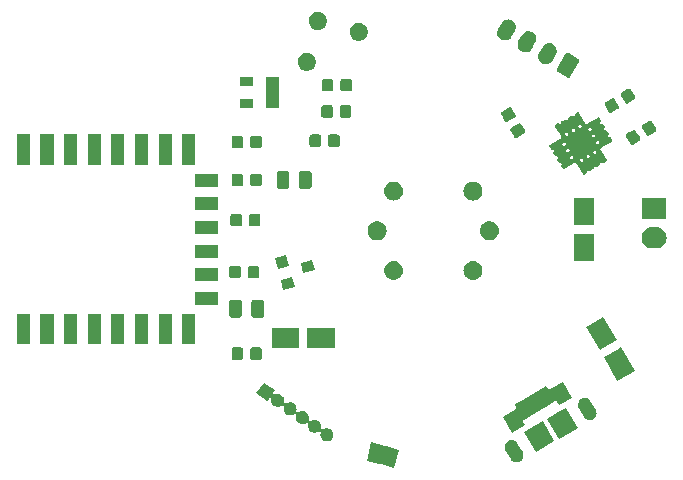
<source format=gbr>
G04 #@! TF.GenerationSoftware,KiCad,Pcbnew,(5.1.2-1)-1*
G04 #@! TF.CreationDate,2019-05-28T12:56:41-07:00*
G04 #@! TF.ProjectId,sensornode,73656e73-6f72-46e6-9f64-652e6b696361,rev?*
G04 #@! TF.SameCoordinates,Original*
G04 #@! TF.FileFunction,Soldermask,Top*
G04 #@! TF.FilePolarity,Negative*
%FSLAX46Y46*%
G04 Gerber Fmt 4.6, Leading zero omitted, Abs format (unit mm)*
G04 Created by KiCad (PCBNEW (5.1.2-1)-1) date 2019-05-28 12:56:41*
%MOMM*%
%LPD*%
G04 APERTURE LIST*
%ADD10C,0.100000*%
G04 APERTURE END LIST*
D10*
G36*
X186807201Y-99619565D02*
G01*
X186807211Y-99619567D01*
X186927941Y-99651916D01*
X187992391Y-99937135D01*
X187577763Y-101484548D01*
X186442799Y-101180435D01*
X186442789Y-101180433D01*
X186322059Y-101148084D01*
X185257609Y-100862865D01*
X185672237Y-99315452D01*
X186807201Y-99619565D01*
X186807201Y-99619565D01*
G37*
G36*
X197681260Y-99129605D02*
G01*
X197787450Y-99169571D01*
X197883802Y-99229487D01*
X197966614Y-99307048D01*
X198016140Y-99376163D01*
X198016143Y-99376168D01*
X198016145Y-99376171D01*
X198240181Y-99764213D01*
X198469438Y-100161297D01*
X198504530Y-100238745D01*
X198530293Y-100349244D01*
X198534006Y-100462645D01*
X198524765Y-100518618D01*
X198515524Y-100574588D01*
X198515523Y-100574590D01*
X198515523Y-100574591D01*
X198475557Y-100680781D01*
X198415640Y-100777133D01*
X198338079Y-100859945D01*
X198245852Y-100926035D01*
X198142503Y-100972861D01*
X198032005Y-100998625D01*
X197918604Y-101002338D01*
X197870498Y-100994396D01*
X197806659Y-100983856D01*
X197777438Y-100972858D01*
X197700467Y-100943889D01*
X197604115Y-100883972D01*
X197521304Y-100806411D01*
X197471778Y-100737297D01*
X197471776Y-100737293D01*
X197471770Y-100737285D01*
X197018489Y-99952177D01*
X197018480Y-99952162D01*
X196983388Y-99874713D01*
X196963051Y-99787489D01*
X196957624Y-99764213D01*
X196956468Y-99728889D01*
X196953911Y-99650815D01*
X196972395Y-99538868D01*
X197012361Y-99432678D01*
X197072277Y-99336326D01*
X197149838Y-99253514D01*
X197242066Y-99187425D01*
X197345415Y-99140598D01*
X197427389Y-99121485D01*
X197455915Y-99114834D01*
X197491239Y-99113678D01*
X197569313Y-99111121D01*
X197681260Y-99129605D01*
X197681260Y-99129605D01*
G37*
G36*
X201168161Y-99235621D02*
G01*
X200449027Y-99650813D01*
X199564282Y-100161621D01*
X199564281Y-100161621D01*
X198563281Y-98427839D01*
X199597465Y-97830753D01*
X200167160Y-97501839D01*
X200167161Y-97501839D01*
X201168161Y-99235621D01*
X201168161Y-99235621D01*
G37*
G36*
X177467394Y-94889688D02*
G01*
X177336798Y-95076198D01*
X177324778Y-95097551D01*
X177317155Y-95120839D01*
X177314222Y-95145167D01*
X177316091Y-95169600D01*
X177322691Y-95193198D01*
X177333768Y-95215056D01*
X177348896Y-95234332D01*
X177367495Y-95250287D01*
X177388848Y-95262307D01*
X177412136Y-95269930D01*
X177436464Y-95272863D01*
X177460897Y-95270994D01*
X177484495Y-95264394D01*
X177498109Y-95258136D01*
X177528444Y-95241921D01*
X177632308Y-95210415D01*
X177713256Y-95202442D01*
X177767390Y-95202442D01*
X177848338Y-95210415D01*
X177952202Y-95241921D01*
X177967853Y-95250287D01*
X178047923Y-95293085D01*
X178131824Y-95361941D01*
X178200680Y-95445842D01*
X178237318Y-95514387D01*
X178251844Y-95541563D01*
X178283350Y-95645427D01*
X178293989Y-95753442D01*
X178285449Y-95840148D01*
X178283350Y-95861458D01*
X178275436Y-95887545D01*
X178270655Y-95911578D01*
X178270655Y-95936082D01*
X178275435Y-95960116D01*
X178284812Y-95982754D01*
X178298426Y-96003129D01*
X178315753Y-96020456D01*
X178336127Y-96034070D01*
X178358766Y-96043447D01*
X178382799Y-96048228D01*
X178407303Y-96048228D01*
X178431337Y-96043448D01*
X178453975Y-96034071D01*
X178471561Y-96022321D01*
X178545586Y-95982754D01*
X178568767Y-95970363D01*
X178672631Y-95938857D01*
X178753579Y-95930884D01*
X178807713Y-95930884D01*
X178888661Y-95938857D01*
X178992525Y-95970363D01*
X179015706Y-95982754D01*
X179088246Y-96021527D01*
X179172147Y-96090383D01*
X179241003Y-96174284D01*
X179271958Y-96232197D01*
X179292167Y-96270005D01*
X179323673Y-96373869D01*
X179334312Y-96481884D01*
X179331251Y-96512958D01*
X179323673Y-96589900D01*
X179315759Y-96615987D01*
X179310978Y-96640020D01*
X179310978Y-96664524D01*
X179315758Y-96688558D01*
X179325135Y-96711196D01*
X179338749Y-96731571D01*
X179356076Y-96748898D01*
X179376450Y-96762512D01*
X179399089Y-96771889D01*
X179423122Y-96776670D01*
X179447626Y-96776670D01*
X179471660Y-96771890D01*
X179494298Y-96762513D01*
X179511884Y-96750763D01*
X179585909Y-96711196D01*
X179609090Y-96698805D01*
X179712954Y-96667299D01*
X179793902Y-96659326D01*
X179848036Y-96659326D01*
X179928984Y-96667299D01*
X180032848Y-96698805D01*
X180056029Y-96711196D01*
X180128569Y-96749969D01*
X180212470Y-96818825D01*
X180281326Y-96902726D01*
X180312281Y-96960639D01*
X180332490Y-96998447D01*
X180363996Y-97102311D01*
X180374635Y-97210326D01*
X180367285Y-97284945D01*
X180363996Y-97318342D01*
X180356082Y-97344429D01*
X180351301Y-97368462D01*
X180351301Y-97392966D01*
X180356081Y-97417000D01*
X180365458Y-97439638D01*
X180379072Y-97460013D01*
X180396399Y-97477340D01*
X180416773Y-97490954D01*
X180439412Y-97500331D01*
X180463445Y-97505112D01*
X180487949Y-97505112D01*
X180511983Y-97500332D01*
X180534621Y-97490955D01*
X180552207Y-97479205D01*
X180649245Y-97427337D01*
X180649413Y-97427247D01*
X180753277Y-97395741D01*
X180834225Y-97387768D01*
X180888359Y-97387768D01*
X180969307Y-97395741D01*
X181073171Y-97427247D01*
X181073339Y-97427337D01*
X181168892Y-97478411D01*
X181252793Y-97547267D01*
X181321649Y-97631168D01*
X181352604Y-97689081D01*
X181372813Y-97726889D01*
X181404319Y-97830753D01*
X181414958Y-97938768D01*
X181405273Y-98037099D01*
X181404319Y-98046784D01*
X181396405Y-98072871D01*
X181391624Y-98096904D01*
X181391624Y-98121408D01*
X181396404Y-98145442D01*
X181405781Y-98168080D01*
X181419395Y-98188455D01*
X181436722Y-98205782D01*
X181457096Y-98219396D01*
X181479735Y-98228773D01*
X181503768Y-98233554D01*
X181528272Y-98233554D01*
X181552306Y-98228774D01*
X181574944Y-98219397D01*
X181592530Y-98207647D01*
X181666555Y-98168080D01*
X181689736Y-98155689D01*
X181793600Y-98124183D01*
X181874548Y-98116210D01*
X181928682Y-98116210D01*
X182009630Y-98124183D01*
X182113494Y-98155689D01*
X182136675Y-98168080D01*
X182209215Y-98206853D01*
X182293116Y-98275709D01*
X182361972Y-98359610D01*
X182392927Y-98417523D01*
X182413136Y-98455331D01*
X182444642Y-98559195D01*
X182455281Y-98667210D01*
X182444642Y-98775225D01*
X182413136Y-98879089D01*
X182413134Y-98879092D01*
X182361972Y-98974810D01*
X182293116Y-99058711D01*
X182209215Y-99127567D01*
X182140670Y-99164205D01*
X182113494Y-99178731D01*
X182009630Y-99210237D01*
X181928682Y-99218210D01*
X181874548Y-99218210D01*
X181793600Y-99210237D01*
X181689736Y-99178731D01*
X181662560Y-99164205D01*
X181594015Y-99127567D01*
X181510114Y-99058711D01*
X181441258Y-98974810D01*
X181390096Y-98879092D01*
X181390094Y-98879089D01*
X181358588Y-98775225D01*
X181347949Y-98667210D01*
X181358588Y-98559195D01*
X181366503Y-98533102D01*
X181371283Y-98509074D01*
X181371283Y-98484570D01*
X181366503Y-98460536D01*
X181357126Y-98437898D01*
X181343512Y-98417523D01*
X181326185Y-98400196D01*
X181305811Y-98386582D01*
X181283172Y-98377205D01*
X181259139Y-98372424D01*
X181234635Y-98372424D01*
X181210601Y-98377204D01*
X181187963Y-98386581D01*
X181170377Y-98398331D01*
X181134471Y-98417523D01*
X181073171Y-98450289D01*
X180969307Y-98481795D01*
X180888359Y-98489768D01*
X180834225Y-98489768D01*
X180753277Y-98481795D01*
X180649413Y-98450289D01*
X180622237Y-98435763D01*
X180553692Y-98399125D01*
X180469791Y-98330269D01*
X180400935Y-98246368D01*
X180349773Y-98150650D01*
X180349771Y-98150647D01*
X180318265Y-98046783D01*
X180307626Y-97938768D01*
X180318265Y-97830753D01*
X180326180Y-97804660D01*
X180330960Y-97780632D01*
X180330960Y-97756128D01*
X180326180Y-97732094D01*
X180316803Y-97709456D01*
X180303189Y-97689081D01*
X180285862Y-97671754D01*
X180265488Y-97658140D01*
X180242849Y-97648763D01*
X180218816Y-97643982D01*
X180194312Y-97643982D01*
X180170278Y-97648762D01*
X180147640Y-97658139D01*
X180130054Y-97669889D01*
X180094148Y-97689081D01*
X180032848Y-97721847D01*
X179928984Y-97753353D01*
X179848036Y-97761326D01*
X179793902Y-97761326D01*
X179712954Y-97753353D01*
X179609090Y-97721847D01*
X179581914Y-97707321D01*
X179513369Y-97670683D01*
X179429468Y-97601827D01*
X179360612Y-97517926D01*
X179309450Y-97422208D01*
X179309448Y-97422205D01*
X179277942Y-97318341D01*
X179267303Y-97210326D01*
X179277942Y-97102311D01*
X179285857Y-97076218D01*
X179290637Y-97052190D01*
X179290637Y-97027686D01*
X179285857Y-97003652D01*
X179276480Y-96981014D01*
X179262866Y-96960639D01*
X179245539Y-96943312D01*
X179225165Y-96929698D01*
X179202526Y-96920321D01*
X179178493Y-96915540D01*
X179153989Y-96915540D01*
X179129955Y-96920320D01*
X179107317Y-96929697D01*
X179089731Y-96941447D01*
X179053825Y-96960639D01*
X178992525Y-96993405D01*
X178888661Y-97024911D01*
X178807713Y-97032884D01*
X178753579Y-97032884D01*
X178672631Y-97024911D01*
X178568767Y-96993405D01*
X178541591Y-96978879D01*
X178473046Y-96942241D01*
X178389145Y-96873385D01*
X178320289Y-96789484D01*
X178269127Y-96693766D01*
X178269125Y-96693763D01*
X178237619Y-96589899D01*
X178226980Y-96481884D01*
X178237619Y-96373869D01*
X178245534Y-96347776D01*
X178250314Y-96323748D01*
X178250314Y-96299244D01*
X178245534Y-96275210D01*
X178236157Y-96252572D01*
X178222543Y-96232197D01*
X178205216Y-96214870D01*
X178184842Y-96201256D01*
X178162203Y-96191879D01*
X178138170Y-96187098D01*
X178113666Y-96187098D01*
X178089632Y-96191878D01*
X178066994Y-96201255D01*
X178049408Y-96213005D01*
X178013502Y-96232197D01*
X177952202Y-96264963D01*
X177848338Y-96296469D01*
X177767390Y-96304442D01*
X177713256Y-96304442D01*
X177632308Y-96296469D01*
X177528444Y-96264963D01*
X177501268Y-96250437D01*
X177432723Y-96213799D01*
X177348822Y-96144943D01*
X177279966Y-96061042D01*
X177228804Y-95965324D01*
X177228802Y-95965321D01*
X177197296Y-95861457D01*
X177186657Y-95753442D01*
X177192960Y-95689449D01*
X177192960Y-95664955D01*
X177188180Y-95640921D01*
X177178803Y-95618282D01*
X177165189Y-95597908D01*
X177147862Y-95580581D01*
X177127488Y-95566967D01*
X177104849Y-95557590D01*
X177080816Y-95552809D01*
X177056312Y-95552809D01*
X177032278Y-95557589D01*
X177009639Y-95566966D01*
X176989265Y-95580580D01*
X176966170Y-95605510D01*
X176835312Y-95792394D01*
X175932606Y-95160312D01*
X176564688Y-94257606D01*
X177467394Y-94889688D01*
X177467394Y-94889688D01*
G37*
G36*
X203116719Y-98110621D02*
G01*
X202469020Y-98484570D01*
X201512840Y-99036621D01*
X201512839Y-99036621D01*
X200511839Y-97302839D01*
X201431472Y-96771889D01*
X202115718Y-96376839D01*
X202115719Y-96376839D01*
X203116719Y-98110621D01*
X203116719Y-98110621D01*
G37*
G36*
X202664312Y-95537030D02*
G01*
X201580047Y-96163031D01*
X201420046Y-95885901D01*
X201405773Y-95865983D01*
X201387889Y-95849232D01*
X201367080Y-95836292D01*
X201344146Y-95827660D01*
X201319969Y-95823669D01*
X201295478Y-95824470D01*
X201271614Y-95830035D01*
X201249294Y-95840148D01*
X200690708Y-96162648D01*
X200319159Y-96377162D01*
X200236045Y-96425148D01*
X200127792Y-96487648D01*
X199001958Y-97137648D01*
X198551256Y-97397861D01*
X198547295Y-97400148D01*
X198531705Y-97409149D01*
X198511787Y-97423422D01*
X198495037Y-97441306D01*
X198482097Y-97462115D01*
X198473465Y-97485049D01*
X198469474Y-97509226D01*
X198470275Y-97533717D01*
X198475840Y-97557581D01*
X198485953Y-97579900D01*
X198645954Y-97857030D01*
X197561689Y-98483031D01*
X196785688Y-97138958D01*
X197885542Y-96503957D01*
X197905461Y-96489684D01*
X197922211Y-96471800D01*
X197935151Y-96450991D01*
X197943783Y-96428057D01*
X197947774Y-96403880D01*
X197946973Y-96379389D01*
X197941408Y-96355525D01*
X197931295Y-96333205D01*
X197796295Y-96099378D01*
X198339292Y-95785878D01*
X198902208Y-95460878D01*
X200028042Y-94810878D01*
X200482705Y-94548378D01*
X200617706Y-94782206D01*
X200631979Y-94802124D01*
X200649863Y-94818874D01*
X200670672Y-94831814D01*
X200693606Y-94840446D01*
X200717783Y-94844437D01*
X200742274Y-94843636D01*
X200766138Y-94838071D01*
X200788457Y-94827958D01*
X201888311Y-94192957D01*
X202664312Y-95537030D01*
X202664312Y-95537030D01*
G37*
G36*
X203873342Y-95554605D02*
G01*
X203979532Y-95594571D01*
X204075884Y-95654487D01*
X204158696Y-95732048D01*
X204208222Y-95801163D01*
X204208225Y-95801168D01*
X204208227Y-95801171D01*
X204495790Y-96299244D01*
X204661520Y-96586297D01*
X204696612Y-96663745D01*
X204722375Y-96774244D01*
X204726088Y-96887645D01*
X204723598Y-96902726D01*
X204707606Y-96999588D01*
X204707605Y-96999590D01*
X204707605Y-96999591D01*
X204667639Y-97105781D01*
X204607722Y-97202133D01*
X204530161Y-97284945D01*
X204437934Y-97351035D01*
X204334585Y-97397861D01*
X204224087Y-97423625D01*
X204110686Y-97427338D01*
X204062580Y-97419396D01*
X203998741Y-97408856D01*
X203956522Y-97392966D01*
X203892549Y-97368889D01*
X203796197Y-97308972D01*
X203713386Y-97231411D01*
X203663860Y-97162297D01*
X203663858Y-97162293D01*
X203663852Y-97162285D01*
X203210571Y-96377177D01*
X203210562Y-96377162D01*
X203175470Y-96299713D01*
X203150328Y-96191879D01*
X203149706Y-96189213D01*
X203148257Y-96144943D01*
X203145993Y-96075815D01*
X203164477Y-95963868D01*
X203204443Y-95857678D01*
X203264359Y-95761326D01*
X203341920Y-95678514D01*
X203434148Y-95612425D01*
X203537497Y-95565598D01*
X203619471Y-95546485D01*
X203647997Y-95539834D01*
X203683321Y-95538678D01*
X203761395Y-95536121D01*
X203873342Y-95554605D01*
X203873342Y-95554605D01*
G37*
G36*
X207962488Y-93270333D02*
G01*
X207225500Y-93695833D01*
X206488513Y-94121333D01*
X206488512Y-94121333D01*
X205337512Y-92127743D01*
X206475719Y-91470599D01*
X206811487Y-91276743D01*
X206811488Y-91276743D01*
X207962488Y-93270333D01*
X207962488Y-93270333D01*
G37*
G36*
X176229591Y-91278085D02*
G01*
X176263569Y-91288393D01*
X176294890Y-91305134D01*
X176322339Y-91327661D01*
X176344866Y-91355110D01*
X176361607Y-91386431D01*
X176371915Y-91420409D01*
X176376000Y-91461890D01*
X176376000Y-92138110D01*
X176371915Y-92179591D01*
X176361607Y-92213569D01*
X176344866Y-92244890D01*
X176322339Y-92272339D01*
X176294890Y-92294866D01*
X176263569Y-92311607D01*
X176229591Y-92321915D01*
X176188110Y-92326000D01*
X175586890Y-92326000D01*
X175545409Y-92321915D01*
X175511431Y-92311607D01*
X175480110Y-92294866D01*
X175452661Y-92272339D01*
X175430134Y-92244890D01*
X175413393Y-92213569D01*
X175403085Y-92179591D01*
X175399000Y-92138110D01*
X175399000Y-91461890D01*
X175403085Y-91420409D01*
X175413393Y-91386431D01*
X175430134Y-91355110D01*
X175452661Y-91327661D01*
X175480110Y-91305134D01*
X175511431Y-91288393D01*
X175545409Y-91278085D01*
X175586890Y-91274000D01*
X176188110Y-91274000D01*
X176229591Y-91278085D01*
X176229591Y-91278085D01*
G37*
G36*
X174654591Y-91278085D02*
G01*
X174688569Y-91288393D01*
X174719890Y-91305134D01*
X174747339Y-91327661D01*
X174769866Y-91355110D01*
X174786607Y-91386431D01*
X174796915Y-91420409D01*
X174801000Y-91461890D01*
X174801000Y-92138110D01*
X174796915Y-92179591D01*
X174786607Y-92213569D01*
X174769866Y-92244890D01*
X174747339Y-92272339D01*
X174719890Y-92294866D01*
X174688569Y-92311607D01*
X174654591Y-92321915D01*
X174613110Y-92326000D01*
X174011890Y-92326000D01*
X173970409Y-92321915D01*
X173936431Y-92311607D01*
X173905110Y-92294866D01*
X173877661Y-92272339D01*
X173855134Y-92244890D01*
X173838393Y-92213569D01*
X173828085Y-92179591D01*
X173824000Y-92138110D01*
X173824000Y-91461890D01*
X173828085Y-91420409D01*
X173838393Y-91386431D01*
X173855134Y-91355110D01*
X173877661Y-91327661D01*
X173905110Y-91305134D01*
X173936431Y-91288393D01*
X173970409Y-91278085D01*
X174011890Y-91274000D01*
X174613110Y-91274000D01*
X174654591Y-91278085D01*
X174654591Y-91278085D01*
G37*
G36*
X206462488Y-90672257D02*
G01*
X205725500Y-91097757D01*
X204988513Y-91523257D01*
X204988512Y-91523257D01*
X203837512Y-89529667D01*
X204574500Y-89104167D01*
X205311487Y-88678667D01*
X205311488Y-88678667D01*
X206462488Y-90672257D01*
X206462488Y-90672257D01*
G37*
G36*
X179551000Y-91351000D02*
G01*
X177249000Y-91351000D01*
X177249000Y-89649000D01*
X179551000Y-89649000D01*
X179551000Y-91351000D01*
X179551000Y-91351000D01*
G37*
G36*
X182551000Y-91351000D02*
G01*
X180249000Y-91351000D01*
X180249000Y-89649000D01*
X182551000Y-89649000D01*
X182551000Y-91351000D01*
X182551000Y-91351000D01*
G37*
G36*
X156751000Y-91031000D02*
G01*
X155649000Y-91031000D01*
X155649000Y-88429000D01*
X156751000Y-88429000D01*
X156751000Y-91031000D01*
X156751000Y-91031000D01*
G37*
G36*
X170751000Y-91031000D02*
G01*
X169649000Y-91031000D01*
X169649000Y-88429000D01*
X170751000Y-88429000D01*
X170751000Y-91031000D01*
X170751000Y-91031000D01*
G37*
G36*
X168751000Y-91031000D02*
G01*
X167649000Y-91031000D01*
X167649000Y-88429000D01*
X168751000Y-88429000D01*
X168751000Y-91031000D01*
X168751000Y-91031000D01*
G37*
G36*
X166751000Y-91031000D02*
G01*
X165649000Y-91031000D01*
X165649000Y-88429000D01*
X166751000Y-88429000D01*
X166751000Y-91031000D01*
X166751000Y-91031000D01*
G37*
G36*
X158751000Y-91031000D02*
G01*
X157649000Y-91031000D01*
X157649000Y-88429000D01*
X158751000Y-88429000D01*
X158751000Y-91031000D01*
X158751000Y-91031000D01*
G37*
G36*
X160751000Y-91031000D02*
G01*
X159649000Y-91031000D01*
X159649000Y-88429000D01*
X160751000Y-88429000D01*
X160751000Y-91031000D01*
X160751000Y-91031000D01*
G37*
G36*
X162751000Y-91031000D02*
G01*
X161649000Y-91031000D01*
X161649000Y-88429000D01*
X162751000Y-88429000D01*
X162751000Y-91031000D01*
X162751000Y-91031000D01*
G37*
G36*
X164751000Y-91031000D02*
G01*
X163649000Y-91031000D01*
X163649000Y-88429000D01*
X164751000Y-88429000D01*
X164751000Y-91031000D01*
X164751000Y-91031000D01*
G37*
G36*
X174534468Y-87253565D02*
G01*
X174573138Y-87265296D01*
X174608777Y-87284346D01*
X174640017Y-87309983D01*
X174665654Y-87341223D01*
X174684704Y-87376862D01*
X174696435Y-87415532D01*
X174701000Y-87461888D01*
X174701000Y-88538112D01*
X174696435Y-88584468D01*
X174684704Y-88623138D01*
X174665654Y-88658777D01*
X174640017Y-88690017D01*
X174608777Y-88715654D01*
X174573138Y-88734704D01*
X174534468Y-88746435D01*
X174488112Y-88751000D01*
X173836888Y-88751000D01*
X173790532Y-88746435D01*
X173751862Y-88734704D01*
X173716223Y-88715654D01*
X173684983Y-88690017D01*
X173659346Y-88658777D01*
X173640296Y-88623138D01*
X173628565Y-88584468D01*
X173624000Y-88538112D01*
X173624000Y-87461888D01*
X173628565Y-87415532D01*
X173640296Y-87376862D01*
X173659346Y-87341223D01*
X173684983Y-87309983D01*
X173716223Y-87284346D01*
X173751862Y-87265296D01*
X173790532Y-87253565D01*
X173836888Y-87249000D01*
X174488112Y-87249000D01*
X174534468Y-87253565D01*
X174534468Y-87253565D01*
G37*
G36*
X176409468Y-87253565D02*
G01*
X176448138Y-87265296D01*
X176483777Y-87284346D01*
X176515017Y-87309983D01*
X176540654Y-87341223D01*
X176559704Y-87376862D01*
X176571435Y-87415532D01*
X176576000Y-87461888D01*
X176576000Y-88538112D01*
X176571435Y-88584468D01*
X176559704Y-88623138D01*
X176540654Y-88658777D01*
X176515017Y-88690017D01*
X176483777Y-88715654D01*
X176448138Y-88734704D01*
X176409468Y-88746435D01*
X176363112Y-88751000D01*
X175711888Y-88751000D01*
X175665532Y-88746435D01*
X175626862Y-88734704D01*
X175591223Y-88715654D01*
X175559983Y-88690017D01*
X175534346Y-88658777D01*
X175515296Y-88623138D01*
X175503565Y-88584468D01*
X175499000Y-88538112D01*
X175499000Y-87461888D01*
X175503565Y-87415532D01*
X175515296Y-87376862D01*
X175534346Y-87341223D01*
X175559983Y-87309983D01*
X175591223Y-87284346D01*
X175626862Y-87265296D01*
X175665532Y-87253565D01*
X175711888Y-87249000D01*
X176363112Y-87249000D01*
X176409468Y-87253565D01*
X176409468Y-87253565D01*
G37*
G36*
X172651000Y-87681000D02*
G01*
X170749000Y-87681000D01*
X170749000Y-86579000D01*
X172651000Y-86579000D01*
X172651000Y-87681000D01*
X172651000Y-87681000D01*
G37*
G36*
X179180608Y-86182413D02*
G01*
X178212751Y-86441750D01*
X177979296Y-85570485D01*
X178947153Y-85311148D01*
X179180608Y-86182413D01*
X179180608Y-86182413D01*
G37*
G36*
X172651000Y-85681000D02*
G01*
X170749000Y-85681000D01*
X170749000Y-84579000D01*
X172651000Y-84579000D01*
X172651000Y-85681000D01*
X172651000Y-85681000D01*
G37*
G36*
X187619814Y-83961620D02*
G01*
X187698266Y-83969347D01*
X187798925Y-83999882D01*
X187849256Y-84015149D01*
X187988408Y-84089528D01*
X188110376Y-84189624D01*
X188210472Y-84311592D01*
X188284851Y-84450744D01*
X188284851Y-84450745D01*
X188330653Y-84601734D01*
X188346118Y-84758757D01*
X188330653Y-84915780D01*
X188303139Y-85006482D01*
X188284851Y-85066770D01*
X188210472Y-85205922D01*
X188110376Y-85327890D01*
X187988408Y-85427986D01*
X187849256Y-85502365D01*
X187798925Y-85517632D01*
X187698266Y-85548167D01*
X187619814Y-85555894D01*
X187580589Y-85559757D01*
X187501897Y-85559757D01*
X187462672Y-85555894D01*
X187384220Y-85548167D01*
X187283561Y-85517632D01*
X187233230Y-85502365D01*
X187094078Y-85427986D01*
X186972110Y-85327890D01*
X186872014Y-85205922D01*
X186797635Y-85066770D01*
X186779347Y-85006482D01*
X186751833Y-84915780D01*
X186736368Y-84758757D01*
X186751833Y-84601734D01*
X186797635Y-84450745D01*
X186797635Y-84450744D01*
X186872014Y-84311592D01*
X186972110Y-84189624D01*
X187094078Y-84089528D01*
X187233230Y-84015149D01*
X187283561Y-83999882D01*
X187384220Y-83969347D01*
X187462672Y-83961620D01*
X187501897Y-83957757D01*
X187580589Y-83957757D01*
X187619814Y-83961620D01*
X187619814Y-83961620D01*
G37*
G36*
X194337328Y-83961620D02*
G01*
X194415780Y-83969347D01*
X194516439Y-83999882D01*
X194566770Y-84015149D01*
X194705922Y-84089528D01*
X194827890Y-84189624D01*
X194927986Y-84311592D01*
X195002365Y-84450744D01*
X195002365Y-84450745D01*
X195048167Y-84601734D01*
X195063632Y-84758757D01*
X195048167Y-84915780D01*
X195020653Y-85006482D01*
X195002365Y-85066770D01*
X194927986Y-85205922D01*
X194827890Y-85327890D01*
X194705922Y-85427986D01*
X194566770Y-85502365D01*
X194516439Y-85517632D01*
X194415780Y-85548167D01*
X194337328Y-85555894D01*
X194298103Y-85559757D01*
X194219411Y-85559757D01*
X194180186Y-85555894D01*
X194101734Y-85548167D01*
X194001075Y-85517632D01*
X193950744Y-85502365D01*
X193811592Y-85427986D01*
X193689624Y-85327890D01*
X193589528Y-85205922D01*
X193515149Y-85066770D01*
X193496861Y-85006482D01*
X193469347Y-84915780D01*
X193453882Y-84758757D01*
X193469347Y-84601734D01*
X193515149Y-84450745D01*
X193515149Y-84450744D01*
X193589528Y-84311592D01*
X193689624Y-84189624D01*
X193811592Y-84089528D01*
X193950744Y-84015149D01*
X194001075Y-83999882D01*
X194101734Y-83969347D01*
X194180186Y-83961620D01*
X194219411Y-83957757D01*
X194298103Y-83957757D01*
X194337328Y-83961620D01*
X194337328Y-83961620D01*
G37*
G36*
X174454591Y-84378085D02*
G01*
X174488569Y-84388393D01*
X174519890Y-84405134D01*
X174547339Y-84427661D01*
X174569866Y-84455110D01*
X174586607Y-84486431D01*
X174596915Y-84520409D01*
X174601000Y-84561890D01*
X174601000Y-85238110D01*
X174596915Y-85279591D01*
X174586607Y-85313569D01*
X174569866Y-85344890D01*
X174547339Y-85372339D01*
X174519890Y-85394866D01*
X174488569Y-85411607D01*
X174454591Y-85421915D01*
X174413110Y-85426000D01*
X173811890Y-85426000D01*
X173770409Y-85421915D01*
X173736431Y-85411607D01*
X173705110Y-85394866D01*
X173677661Y-85372339D01*
X173655134Y-85344890D01*
X173638393Y-85313569D01*
X173628085Y-85279591D01*
X173624000Y-85238110D01*
X173624000Y-84561890D01*
X173628085Y-84520409D01*
X173638393Y-84486431D01*
X173655134Y-84455110D01*
X173677661Y-84427661D01*
X173705110Y-84405134D01*
X173736431Y-84388393D01*
X173770409Y-84378085D01*
X173811890Y-84374000D01*
X174413110Y-84374000D01*
X174454591Y-84378085D01*
X174454591Y-84378085D01*
G37*
G36*
X176029591Y-84378085D02*
G01*
X176063569Y-84388393D01*
X176094890Y-84405134D01*
X176122339Y-84427661D01*
X176144866Y-84455110D01*
X176161607Y-84486431D01*
X176171915Y-84520409D01*
X176176000Y-84561890D01*
X176176000Y-85238110D01*
X176171915Y-85279591D01*
X176161607Y-85313569D01*
X176144866Y-85344890D01*
X176122339Y-85372339D01*
X176094890Y-85394866D01*
X176063569Y-85411607D01*
X176029591Y-85421915D01*
X175988110Y-85426000D01*
X175386890Y-85426000D01*
X175345409Y-85421915D01*
X175311431Y-85411607D01*
X175280110Y-85394866D01*
X175252661Y-85372339D01*
X175230134Y-85344890D01*
X175213393Y-85313569D01*
X175203085Y-85279591D01*
X175199000Y-85238110D01*
X175199000Y-84561890D01*
X175203085Y-84520409D01*
X175213393Y-84486431D01*
X175230134Y-84455110D01*
X175252661Y-84427661D01*
X175280110Y-84405134D01*
X175311431Y-84388393D01*
X175345409Y-84378085D01*
X175386890Y-84374000D01*
X175988110Y-84374000D01*
X176029591Y-84378085D01*
X176029591Y-84378085D01*
G37*
G36*
X180866582Y-84747145D02*
G01*
X179898725Y-85006482D01*
X179665270Y-84135217D01*
X180633127Y-83875880D01*
X180866582Y-84747145D01*
X180866582Y-84747145D01*
G37*
G36*
X178688852Y-84347154D02*
G01*
X177720995Y-84606491D01*
X177487540Y-83735226D01*
X178455397Y-83475889D01*
X178688852Y-84347154D01*
X178688852Y-84347154D01*
G37*
G36*
X204551000Y-83951000D02*
G01*
X202849000Y-83951000D01*
X202849000Y-81649000D01*
X204551000Y-81649000D01*
X204551000Y-83951000D01*
X204551000Y-83951000D01*
G37*
G36*
X172651000Y-83681000D02*
G01*
X170749000Y-83681000D01*
X170749000Y-82579000D01*
X172651000Y-82579000D01*
X172651000Y-83681000D01*
X172651000Y-83681000D01*
G37*
G36*
X209860443Y-81105519D02*
G01*
X209926627Y-81112037D01*
X210096466Y-81163557D01*
X210252991Y-81247222D01*
X210288729Y-81276552D01*
X210390186Y-81359814D01*
X210473448Y-81461271D01*
X210502778Y-81497009D01*
X210586443Y-81653534D01*
X210637963Y-81823373D01*
X210655359Y-82000000D01*
X210637963Y-82176627D01*
X210586443Y-82346466D01*
X210502778Y-82502991D01*
X210473448Y-82538729D01*
X210390186Y-82640186D01*
X210288729Y-82723448D01*
X210252991Y-82752778D01*
X210096466Y-82836443D01*
X209926627Y-82887963D01*
X209860443Y-82894481D01*
X209794260Y-82901000D01*
X209405740Y-82901000D01*
X209339557Y-82894481D01*
X209273373Y-82887963D01*
X209103534Y-82836443D01*
X208947009Y-82752778D01*
X208911271Y-82723448D01*
X208809814Y-82640186D01*
X208726552Y-82538729D01*
X208697222Y-82502991D01*
X208613557Y-82346466D01*
X208562037Y-82176627D01*
X208544641Y-82000000D01*
X208562037Y-81823373D01*
X208613557Y-81653534D01*
X208697222Y-81497009D01*
X208726552Y-81461271D01*
X208809814Y-81359814D01*
X208911271Y-81276552D01*
X208947009Y-81247222D01*
X209103534Y-81163557D01*
X209273373Y-81112037D01*
X209339557Y-81105519D01*
X209405740Y-81099000D01*
X209794260Y-81099000D01*
X209860443Y-81105519D01*
X209860443Y-81105519D01*
G37*
G36*
X195728571Y-80602863D02*
G01*
X195807023Y-80610590D01*
X195907682Y-80641125D01*
X195958013Y-80656392D01*
X196097165Y-80730771D01*
X196219133Y-80830867D01*
X196319229Y-80952835D01*
X196393608Y-81091987D01*
X196393608Y-81091988D01*
X196439410Y-81242977D01*
X196454875Y-81400000D01*
X196439410Y-81557023D01*
X196411509Y-81649000D01*
X196393608Y-81708013D01*
X196319229Y-81847165D01*
X196219133Y-81969133D01*
X196097165Y-82069229D01*
X195958013Y-82143608D01*
X195907682Y-82158875D01*
X195807023Y-82189410D01*
X195728571Y-82197137D01*
X195689346Y-82201000D01*
X195610654Y-82201000D01*
X195571429Y-82197137D01*
X195492977Y-82189410D01*
X195392318Y-82158875D01*
X195341987Y-82143608D01*
X195202835Y-82069229D01*
X195080867Y-81969133D01*
X194980771Y-81847165D01*
X194906392Y-81708013D01*
X194888491Y-81649000D01*
X194860590Y-81557023D01*
X194845125Y-81400000D01*
X194860590Y-81242977D01*
X194906392Y-81091988D01*
X194906392Y-81091987D01*
X194980771Y-80952835D01*
X195080867Y-80830867D01*
X195202835Y-80730771D01*
X195341987Y-80656392D01*
X195392318Y-80641125D01*
X195492977Y-80610590D01*
X195571429Y-80602863D01*
X195610654Y-80599000D01*
X195689346Y-80599000D01*
X195728571Y-80602863D01*
X195728571Y-80602863D01*
G37*
G36*
X186228571Y-80602863D02*
G01*
X186307023Y-80610590D01*
X186407682Y-80641125D01*
X186458013Y-80656392D01*
X186597165Y-80730771D01*
X186719133Y-80830867D01*
X186819229Y-80952835D01*
X186893608Y-81091987D01*
X186893608Y-81091988D01*
X186939410Y-81242977D01*
X186954875Y-81400000D01*
X186939410Y-81557023D01*
X186911509Y-81649000D01*
X186893608Y-81708013D01*
X186819229Y-81847165D01*
X186719133Y-81969133D01*
X186597165Y-82069229D01*
X186458013Y-82143608D01*
X186407682Y-82158875D01*
X186307023Y-82189410D01*
X186228571Y-82197137D01*
X186189346Y-82201000D01*
X186110654Y-82201000D01*
X186071429Y-82197137D01*
X185992977Y-82189410D01*
X185892318Y-82158875D01*
X185841987Y-82143608D01*
X185702835Y-82069229D01*
X185580867Y-81969133D01*
X185480771Y-81847165D01*
X185406392Y-81708013D01*
X185388491Y-81649000D01*
X185360590Y-81557023D01*
X185345125Y-81400000D01*
X185360590Y-81242977D01*
X185406392Y-81091988D01*
X185406392Y-81091987D01*
X185480771Y-80952835D01*
X185580867Y-80830867D01*
X185702835Y-80730771D01*
X185841987Y-80656392D01*
X185892318Y-80641125D01*
X185992977Y-80610590D01*
X186071429Y-80602863D01*
X186110654Y-80599000D01*
X186189346Y-80599000D01*
X186228571Y-80602863D01*
X186228571Y-80602863D01*
G37*
G36*
X172651000Y-81681000D02*
G01*
X170749000Y-81681000D01*
X170749000Y-80579000D01*
X172651000Y-80579000D01*
X172651000Y-81681000D01*
X172651000Y-81681000D01*
G37*
G36*
X176129591Y-79978085D02*
G01*
X176163569Y-79988393D01*
X176194890Y-80005134D01*
X176222339Y-80027661D01*
X176244866Y-80055110D01*
X176261607Y-80086431D01*
X176271915Y-80120409D01*
X176276000Y-80161890D01*
X176276000Y-80838110D01*
X176271915Y-80879591D01*
X176261607Y-80913569D01*
X176244866Y-80944890D01*
X176222339Y-80972339D01*
X176194890Y-80994866D01*
X176163569Y-81011607D01*
X176129591Y-81021915D01*
X176088110Y-81026000D01*
X175486890Y-81026000D01*
X175445409Y-81021915D01*
X175411431Y-81011607D01*
X175380110Y-80994866D01*
X175352661Y-80972339D01*
X175330134Y-80944890D01*
X175313393Y-80913569D01*
X175303085Y-80879591D01*
X175299000Y-80838110D01*
X175299000Y-80161890D01*
X175303085Y-80120409D01*
X175313393Y-80086431D01*
X175330134Y-80055110D01*
X175352661Y-80027661D01*
X175380110Y-80005134D01*
X175411431Y-79988393D01*
X175445409Y-79978085D01*
X175486890Y-79974000D01*
X176088110Y-79974000D01*
X176129591Y-79978085D01*
X176129591Y-79978085D01*
G37*
G36*
X174554591Y-79978085D02*
G01*
X174588569Y-79988393D01*
X174619890Y-80005134D01*
X174647339Y-80027661D01*
X174669866Y-80055110D01*
X174686607Y-80086431D01*
X174696915Y-80120409D01*
X174701000Y-80161890D01*
X174701000Y-80838110D01*
X174696915Y-80879591D01*
X174686607Y-80913569D01*
X174669866Y-80944890D01*
X174647339Y-80972339D01*
X174619890Y-80994866D01*
X174588569Y-81011607D01*
X174554591Y-81021915D01*
X174513110Y-81026000D01*
X173911890Y-81026000D01*
X173870409Y-81021915D01*
X173836431Y-81011607D01*
X173805110Y-80994866D01*
X173777661Y-80972339D01*
X173755134Y-80944890D01*
X173738393Y-80913569D01*
X173728085Y-80879591D01*
X173724000Y-80838110D01*
X173724000Y-80161890D01*
X173728085Y-80120409D01*
X173738393Y-80086431D01*
X173755134Y-80055110D01*
X173777661Y-80027661D01*
X173805110Y-80005134D01*
X173836431Y-79988393D01*
X173870409Y-79978085D01*
X173911890Y-79974000D01*
X174513110Y-79974000D01*
X174554591Y-79978085D01*
X174554591Y-79978085D01*
G37*
G36*
X204551000Y-80951000D02*
G01*
X202849000Y-80951000D01*
X202849000Y-78649000D01*
X204551000Y-78649000D01*
X204551000Y-80951000D01*
X204551000Y-80951000D01*
G37*
G36*
X210508600Y-78602989D02*
G01*
X210541652Y-78613015D01*
X210572103Y-78629292D01*
X210598799Y-78651201D01*
X210620708Y-78677897D01*
X210636985Y-78708348D01*
X210647011Y-78741400D01*
X210651000Y-78781903D01*
X210651000Y-80218097D01*
X210647011Y-80258600D01*
X210636985Y-80291652D01*
X210620708Y-80322103D01*
X210598799Y-80348799D01*
X210572103Y-80370708D01*
X210541652Y-80386985D01*
X210508600Y-80397011D01*
X210468097Y-80401000D01*
X208731903Y-80401000D01*
X208691400Y-80397011D01*
X208658348Y-80386985D01*
X208627897Y-80370708D01*
X208601201Y-80348799D01*
X208579292Y-80322103D01*
X208563015Y-80291652D01*
X208552989Y-80258600D01*
X208549000Y-80218097D01*
X208549000Y-78781903D01*
X208552989Y-78741400D01*
X208563015Y-78708348D01*
X208579292Y-78677897D01*
X208601201Y-78651201D01*
X208627897Y-78629292D01*
X208658348Y-78613015D01*
X208691400Y-78602989D01*
X208731903Y-78599000D01*
X210468097Y-78599000D01*
X210508600Y-78602989D01*
X210508600Y-78602989D01*
G37*
G36*
X172651000Y-79681000D02*
G01*
X170749000Y-79681000D01*
X170749000Y-78579000D01*
X172651000Y-78579000D01*
X172651000Y-79681000D01*
X172651000Y-79681000D01*
G37*
G36*
X194337328Y-77244106D02*
G01*
X194415780Y-77251833D01*
X194516439Y-77282368D01*
X194566770Y-77297635D01*
X194705922Y-77372014D01*
X194827890Y-77472110D01*
X194927986Y-77594078D01*
X195002365Y-77733230D01*
X195002365Y-77733231D01*
X195048167Y-77884220D01*
X195063632Y-78041243D01*
X195048167Y-78198266D01*
X195017632Y-78298925D01*
X195002365Y-78349256D01*
X194927986Y-78488408D01*
X194827890Y-78610376D01*
X194705922Y-78710472D01*
X194566770Y-78784851D01*
X194516439Y-78800118D01*
X194415780Y-78830653D01*
X194337328Y-78838380D01*
X194298103Y-78842243D01*
X194219411Y-78842243D01*
X194180186Y-78838380D01*
X194101734Y-78830653D01*
X194001075Y-78800118D01*
X193950744Y-78784851D01*
X193811592Y-78710472D01*
X193689624Y-78610376D01*
X193589528Y-78488408D01*
X193515149Y-78349256D01*
X193499882Y-78298925D01*
X193469347Y-78198266D01*
X193453882Y-78041243D01*
X193469347Y-77884220D01*
X193515149Y-77733231D01*
X193515149Y-77733230D01*
X193589528Y-77594078D01*
X193689624Y-77472110D01*
X193811592Y-77372014D01*
X193950744Y-77297635D01*
X194001075Y-77282368D01*
X194101734Y-77251833D01*
X194180186Y-77244106D01*
X194219411Y-77240243D01*
X194298103Y-77240243D01*
X194337328Y-77244106D01*
X194337328Y-77244106D01*
G37*
G36*
X187619814Y-77244106D02*
G01*
X187698266Y-77251833D01*
X187798925Y-77282368D01*
X187849256Y-77297635D01*
X187988408Y-77372014D01*
X188110376Y-77472110D01*
X188210472Y-77594078D01*
X188284851Y-77733230D01*
X188284851Y-77733231D01*
X188330653Y-77884220D01*
X188346118Y-78041243D01*
X188330653Y-78198266D01*
X188300118Y-78298925D01*
X188284851Y-78349256D01*
X188210472Y-78488408D01*
X188110376Y-78610376D01*
X187988408Y-78710472D01*
X187849256Y-78784851D01*
X187798925Y-78800118D01*
X187698266Y-78830653D01*
X187619814Y-78838380D01*
X187580589Y-78842243D01*
X187501897Y-78842243D01*
X187462672Y-78838380D01*
X187384220Y-78830653D01*
X187283561Y-78800118D01*
X187233230Y-78784851D01*
X187094078Y-78710472D01*
X186972110Y-78610376D01*
X186872014Y-78488408D01*
X186797635Y-78349256D01*
X186782368Y-78298925D01*
X186751833Y-78198266D01*
X186736368Y-78041243D01*
X186751833Y-77884220D01*
X186797635Y-77733231D01*
X186797635Y-77733230D01*
X186872014Y-77594078D01*
X186972110Y-77472110D01*
X187094078Y-77372014D01*
X187233230Y-77297635D01*
X187283561Y-77282368D01*
X187384220Y-77251833D01*
X187462672Y-77244106D01*
X187501897Y-77240243D01*
X187580589Y-77240243D01*
X187619814Y-77244106D01*
X187619814Y-77244106D01*
G37*
G36*
X178559468Y-76353565D02*
G01*
X178598138Y-76365296D01*
X178633777Y-76384346D01*
X178665017Y-76409983D01*
X178690654Y-76441223D01*
X178709704Y-76476862D01*
X178721435Y-76515532D01*
X178726000Y-76561888D01*
X178726000Y-77638112D01*
X178721435Y-77684468D01*
X178709704Y-77723138D01*
X178690654Y-77758777D01*
X178665017Y-77790017D01*
X178633777Y-77815654D01*
X178598138Y-77834704D01*
X178559468Y-77846435D01*
X178513112Y-77851000D01*
X177861888Y-77851000D01*
X177815532Y-77846435D01*
X177776862Y-77834704D01*
X177741223Y-77815654D01*
X177709983Y-77790017D01*
X177684346Y-77758777D01*
X177665296Y-77723138D01*
X177653565Y-77684468D01*
X177649000Y-77638112D01*
X177649000Y-76561888D01*
X177653565Y-76515532D01*
X177665296Y-76476862D01*
X177684346Y-76441223D01*
X177709983Y-76409983D01*
X177741223Y-76384346D01*
X177776862Y-76365296D01*
X177815532Y-76353565D01*
X177861888Y-76349000D01*
X178513112Y-76349000D01*
X178559468Y-76353565D01*
X178559468Y-76353565D01*
G37*
G36*
X180434468Y-76353565D02*
G01*
X180473138Y-76365296D01*
X180508777Y-76384346D01*
X180540017Y-76409983D01*
X180565654Y-76441223D01*
X180584704Y-76476862D01*
X180596435Y-76515532D01*
X180601000Y-76561888D01*
X180601000Y-77638112D01*
X180596435Y-77684468D01*
X180584704Y-77723138D01*
X180565654Y-77758777D01*
X180540017Y-77790017D01*
X180508777Y-77815654D01*
X180473138Y-77834704D01*
X180434468Y-77846435D01*
X180388112Y-77851000D01*
X179736888Y-77851000D01*
X179690532Y-77846435D01*
X179651862Y-77834704D01*
X179616223Y-77815654D01*
X179584983Y-77790017D01*
X179559346Y-77758777D01*
X179540296Y-77723138D01*
X179528565Y-77684468D01*
X179524000Y-77638112D01*
X179524000Y-76561888D01*
X179528565Y-76515532D01*
X179540296Y-76476862D01*
X179559346Y-76441223D01*
X179584983Y-76409983D01*
X179616223Y-76384346D01*
X179651862Y-76365296D01*
X179690532Y-76353565D01*
X179736888Y-76349000D01*
X180388112Y-76349000D01*
X180434468Y-76353565D01*
X180434468Y-76353565D01*
G37*
G36*
X172651000Y-77681000D02*
G01*
X170749000Y-77681000D01*
X170749000Y-76579000D01*
X172651000Y-76579000D01*
X172651000Y-77681000D01*
X172651000Y-77681000D01*
G37*
G36*
X174654591Y-76578085D02*
G01*
X174688569Y-76588393D01*
X174719890Y-76605134D01*
X174747339Y-76627661D01*
X174769866Y-76655110D01*
X174786607Y-76686431D01*
X174796915Y-76720409D01*
X174801000Y-76761890D01*
X174801000Y-77438110D01*
X174796915Y-77479591D01*
X174786607Y-77513569D01*
X174769866Y-77544890D01*
X174747339Y-77572339D01*
X174719890Y-77594866D01*
X174688569Y-77611607D01*
X174654591Y-77621915D01*
X174613110Y-77626000D01*
X174011890Y-77626000D01*
X173970409Y-77621915D01*
X173936431Y-77611607D01*
X173905110Y-77594866D01*
X173877661Y-77572339D01*
X173855134Y-77544890D01*
X173838393Y-77513569D01*
X173828085Y-77479591D01*
X173824000Y-77438110D01*
X173824000Y-76761890D01*
X173828085Y-76720409D01*
X173838393Y-76686431D01*
X173855134Y-76655110D01*
X173877661Y-76627661D01*
X173905110Y-76605134D01*
X173936431Y-76588393D01*
X173970409Y-76578085D01*
X174011890Y-76574000D01*
X174613110Y-76574000D01*
X174654591Y-76578085D01*
X174654591Y-76578085D01*
G37*
G36*
X176229591Y-76578085D02*
G01*
X176263569Y-76588393D01*
X176294890Y-76605134D01*
X176322339Y-76627661D01*
X176344866Y-76655110D01*
X176361607Y-76686431D01*
X176371915Y-76720409D01*
X176376000Y-76761890D01*
X176376000Y-77438110D01*
X176371915Y-77479591D01*
X176361607Y-77513569D01*
X176344866Y-77544890D01*
X176322339Y-77572339D01*
X176294890Y-77594866D01*
X176263569Y-77611607D01*
X176229591Y-77621915D01*
X176188110Y-77626000D01*
X175586890Y-77626000D01*
X175545409Y-77621915D01*
X175511431Y-77611607D01*
X175480110Y-77594866D01*
X175452661Y-77572339D01*
X175430134Y-77544890D01*
X175413393Y-77513569D01*
X175403085Y-77479591D01*
X175399000Y-77438110D01*
X175399000Y-76761890D01*
X175403085Y-76720409D01*
X175413393Y-76686431D01*
X175430134Y-76655110D01*
X175452661Y-76627661D01*
X175480110Y-76605134D01*
X175511431Y-76588393D01*
X175545409Y-76578085D01*
X175586890Y-76574000D01*
X176188110Y-76574000D01*
X176229591Y-76578085D01*
X176229591Y-76578085D01*
G37*
G36*
X203201213Y-71326809D02*
G01*
X203208079Y-71329393D01*
X203214302Y-71333263D01*
X203219652Y-71338274D01*
X203227513Y-71349245D01*
X203255688Y-71398045D01*
X203255697Y-71398058D01*
X203743697Y-72243298D01*
X203743703Y-72243311D01*
X203767947Y-72285303D01*
X203782220Y-72305221D01*
X203800104Y-72321971D01*
X203820913Y-72334911D01*
X203843847Y-72343543D01*
X203868024Y-72347534D01*
X203892515Y-72346733D01*
X203916379Y-72341168D01*
X203938699Y-72331055D01*
X203980691Y-72306811D01*
X203980702Y-72306803D01*
X204825942Y-71818803D01*
X204825951Y-71818799D01*
X204874753Y-71790623D01*
X204887052Y-71785051D01*
X204894185Y-71783387D01*
X204901515Y-71783148D01*
X204908745Y-71784341D01*
X204915609Y-71786925D01*
X204921838Y-71790798D01*
X204927183Y-71795804D01*
X204935048Y-71806780D01*
X205091906Y-72078465D01*
X205097482Y-72090772D01*
X205099145Y-72097903D01*
X205099384Y-72105233D01*
X205098191Y-72112463D01*
X205095607Y-72119329D01*
X205091737Y-72125552D01*
X205086728Y-72130900D01*
X205079040Y-72136409D01*
X205060617Y-72152565D01*
X205045699Y-72172006D01*
X205034861Y-72193983D01*
X205028519Y-72217652D01*
X205026916Y-72242103D01*
X205030114Y-72266398D01*
X205037990Y-72289602D01*
X205050242Y-72310823D01*
X205066398Y-72329246D01*
X205085839Y-72344164D01*
X205107816Y-72355002D01*
X205131485Y-72361344D01*
X205155936Y-72362947D01*
X205180231Y-72359749D01*
X205203438Y-72351871D01*
X205212052Y-72347968D01*
X205219185Y-72346304D01*
X205226515Y-72346065D01*
X205233745Y-72347258D01*
X205240609Y-72349842D01*
X205246838Y-72353715D01*
X205252183Y-72358721D01*
X205260048Y-72369697D01*
X205416906Y-72641382D01*
X205422482Y-72653689D01*
X205424145Y-72660820D01*
X205424384Y-72668150D01*
X205423191Y-72675380D01*
X205420607Y-72682246D01*
X205416737Y-72688469D01*
X205411729Y-72693816D01*
X205404046Y-72699321D01*
X205385623Y-72715477D01*
X205370705Y-72734916D01*
X205359866Y-72756893D01*
X205353522Y-72780562D01*
X205351919Y-72805013D01*
X205355116Y-72829308D01*
X205362992Y-72852512D01*
X205375243Y-72873734D01*
X205391399Y-72892157D01*
X205410838Y-72907075D01*
X205432815Y-72917914D01*
X205456484Y-72924258D01*
X205480935Y-72925861D01*
X205505230Y-72922664D01*
X205528438Y-72914786D01*
X205537049Y-72910884D01*
X205544185Y-72909220D01*
X205551515Y-72908981D01*
X205558745Y-72910174D01*
X205565609Y-72912758D01*
X205571838Y-72916631D01*
X205577183Y-72921637D01*
X205585048Y-72932613D01*
X205741906Y-73204298D01*
X205747482Y-73216605D01*
X205749145Y-73223736D01*
X205749384Y-73231066D01*
X205748191Y-73238296D01*
X205745607Y-73245162D01*
X205741737Y-73251385D01*
X205736728Y-73256733D01*
X205729040Y-73262242D01*
X205710617Y-73278398D01*
X205695699Y-73297839D01*
X205684861Y-73319816D01*
X205678519Y-73343485D01*
X205676916Y-73367936D01*
X205680114Y-73392231D01*
X205687990Y-73415435D01*
X205700242Y-73436656D01*
X205716398Y-73455079D01*
X205735839Y-73469997D01*
X205757816Y-73480835D01*
X205781485Y-73487177D01*
X205805936Y-73488780D01*
X205830231Y-73485582D01*
X205853438Y-73477704D01*
X205862052Y-73473801D01*
X205869185Y-73472137D01*
X205876515Y-73471898D01*
X205883745Y-73473091D01*
X205890609Y-73475675D01*
X205896838Y-73479548D01*
X205902183Y-73484554D01*
X205910048Y-73495530D01*
X206066906Y-73767215D01*
X206072482Y-73779522D01*
X206074145Y-73786653D01*
X206074384Y-73793983D01*
X206073191Y-73801213D01*
X206070607Y-73808079D01*
X206066737Y-73814302D01*
X206061726Y-73819652D01*
X206050755Y-73827513D01*
X206001955Y-73855688D01*
X206001942Y-73855697D01*
X205156702Y-74343697D01*
X205156689Y-74343703D01*
X205114697Y-74367947D01*
X205094779Y-74382220D01*
X205078029Y-74400104D01*
X205065089Y-74420913D01*
X205056457Y-74443847D01*
X205052466Y-74468024D01*
X205053267Y-74492515D01*
X205058832Y-74516379D01*
X205068945Y-74538699D01*
X205093189Y-74580691D01*
X205093197Y-74580702D01*
X205581197Y-75425942D01*
X205581201Y-75425951D01*
X205609377Y-75474753D01*
X205614949Y-75487052D01*
X205616613Y-75494185D01*
X205616852Y-75501515D01*
X205615659Y-75508745D01*
X205613075Y-75515609D01*
X205609202Y-75521838D01*
X205604196Y-75527183D01*
X205593220Y-75535048D01*
X205321535Y-75691906D01*
X205309228Y-75697482D01*
X205302097Y-75699145D01*
X205294767Y-75699384D01*
X205287537Y-75698191D01*
X205280671Y-75695607D01*
X205274448Y-75691737D01*
X205269100Y-75686728D01*
X205263591Y-75679040D01*
X205247435Y-75660617D01*
X205227994Y-75645699D01*
X205206017Y-75634861D01*
X205182348Y-75628519D01*
X205157897Y-75626916D01*
X205133602Y-75630114D01*
X205110398Y-75637990D01*
X205089177Y-75650242D01*
X205070754Y-75666398D01*
X205055836Y-75685839D01*
X205044998Y-75707816D01*
X205038656Y-75731485D01*
X205037053Y-75755936D01*
X205040251Y-75780231D01*
X205048129Y-75803438D01*
X205052032Y-75812052D01*
X205053696Y-75819185D01*
X205053935Y-75826515D01*
X205052742Y-75833745D01*
X205050158Y-75840609D01*
X205046285Y-75846838D01*
X205041279Y-75852183D01*
X205030303Y-75860048D01*
X204758618Y-76016906D01*
X204746311Y-76022482D01*
X204739180Y-76024145D01*
X204731850Y-76024384D01*
X204724620Y-76023191D01*
X204717754Y-76020607D01*
X204711531Y-76016737D01*
X204706184Y-76011729D01*
X204700679Y-76004046D01*
X204684523Y-75985623D01*
X204665084Y-75970705D01*
X204643107Y-75959866D01*
X204619438Y-75953522D01*
X204594987Y-75951919D01*
X204570692Y-75955116D01*
X204547488Y-75962992D01*
X204526266Y-75975243D01*
X204507843Y-75991399D01*
X204492925Y-76010838D01*
X204482086Y-76032815D01*
X204475742Y-76056484D01*
X204474139Y-76080935D01*
X204477336Y-76105230D01*
X204485214Y-76128438D01*
X204489116Y-76137049D01*
X204490780Y-76144185D01*
X204491019Y-76151515D01*
X204489826Y-76158745D01*
X204487242Y-76165609D01*
X204483369Y-76171838D01*
X204478363Y-76177183D01*
X204467387Y-76185048D01*
X204195702Y-76341906D01*
X204183395Y-76347482D01*
X204176264Y-76349145D01*
X204168934Y-76349384D01*
X204161704Y-76348191D01*
X204154838Y-76345607D01*
X204148615Y-76341737D01*
X204143267Y-76336728D01*
X204137758Y-76329040D01*
X204121602Y-76310617D01*
X204102161Y-76295699D01*
X204080184Y-76284861D01*
X204056515Y-76278519D01*
X204032064Y-76276916D01*
X204007769Y-76280114D01*
X203984565Y-76287990D01*
X203963344Y-76300242D01*
X203944921Y-76316398D01*
X203930003Y-76335839D01*
X203919165Y-76357816D01*
X203912823Y-76381485D01*
X203911220Y-76405936D01*
X203914418Y-76430231D01*
X203922296Y-76453438D01*
X203926199Y-76462052D01*
X203927863Y-76469185D01*
X203928102Y-76476515D01*
X203926909Y-76483745D01*
X203924325Y-76490609D01*
X203920452Y-76496838D01*
X203915446Y-76502183D01*
X203904470Y-76510048D01*
X203632785Y-76666906D01*
X203620478Y-76672482D01*
X203613347Y-76674145D01*
X203606017Y-76674384D01*
X203598787Y-76673191D01*
X203591921Y-76670607D01*
X203585698Y-76666737D01*
X203580348Y-76661726D01*
X203572487Y-76650755D01*
X203544312Y-76601955D01*
X203544303Y-76601942D01*
X203056303Y-75756702D01*
X203056297Y-75756689D01*
X203032053Y-75714697D01*
X203017780Y-75694779D01*
X202999896Y-75678029D01*
X202979087Y-75665089D01*
X202956153Y-75656457D01*
X202931976Y-75652466D01*
X202907485Y-75653267D01*
X202883621Y-75658832D01*
X202861301Y-75668945D01*
X202819309Y-75693189D01*
X202819298Y-75693197D01*
X201974058Y-76181197D01*
X201974049Y-76181201D01*
X201925247Y-76209377D01*
X201912948Y-76214949D01*
X201905815Y-76216613D01*
X201898485Y-76216852D01*
X201891255Y-76215659D01*
X201884391Y-76213075D01*
X201878162Y-76209202D01*
X201872817Y-76204196D01*
X201864952Y-76193220D01*
X201708094Y-75921535D01*
X201702518Y-75909228D01*
X201700855Y-75902097D01*
X201700616Y-75894767D01*
X201701809Y-75887537D01*
X201704393Y-75880671D01*
X201708263Y-75874448D01*
X201713272Y-75869100D01*
X201720960Y-75863591D01*
X201739383Y-75847435D01*
X201754301Y-75827994D01*
X201765139Y-75806017D01*
X201771481Y-75782348D01*
X201773084Y-75757897D01*
X201769886Y-75733602D01*
X201762010Y-75710398D01*
X201749758Y-75689177D01*
X201733602Y-75670754D01*
X201714161Y-75655836D01*
X201692184Y-75644998D01*
X201668515Y-75638656D01*
X201644064Y-75637053D01*
X201619769Y-75640251D01*
X201596562Y-75648129D01*
X201587948Y-75652032D01*
X201580815Y-75653696D01*
X201573485Y-75653935D01*
X201566255Y-75652742D01*
X201559391Y-75650158D01*
X201553162Y-75646285D01*
X201547817Y-75641279D01*
X201539952Y-75630303D01*
X201408103Y-75401933D01*
X203334900Y-75401933D01*
X203335703Y-75426424D01*
X203341269Y-75450288D01*
X203351383Y-75472607D01*
X203361684Y-75485585D01*
X203361230Y-75485910D01*
X203373909Y-75503604D01*
X203390065Y-75522027D01*
X203409506Y-75536945D01*
X203431483Y-75547783D01*
X203455152Y-75554125D01*
X203479603Y-75555728D01*
X203503898Y-75552530D01*
X203527102Y-75544654D01*
X203548323Y-75532402D01*
X203566746Y-75516246D01*
X203581664Y-75496805D01*
X203592502Y-75474828D01*
X203598844Y-75451159D01*
X203600447Y-75426708D01*
X203597249Y-75402413D01*
X203589371Y-75379206D01*
X203582200Y-75363379D01*
X203579391Y-75355106D01*
X203567139Y-75333884D01*
X203550983Y-75315461D01*
X203531543Y-75300544D01*
X203509566Y-75289706D01*
X203485896Y-75283364D01*
X203461445Y-75281761D01*
X203437150Y-75284959D01*
X203413947Y-75292836D01*
X203403028Y-75298444D01*
X203397126Y-75301852D01*
X203377209Y-75316127D01*
X203360459Y-75334012D01*
X203347520Y-75354822D01*
X203338890Y-75377756D01*
X203334900Y-75401933D01*
X201408103Y-75401933D01*
X201383094Y-75358618D01*
X201377518Y-75346311D01*
X201375855Y-75339180D01*
X201375616Y-75331850D01*
X201376809Y-75324620D01*
X201379393Y-75317754D01*
X201383263Y-75311531D01*
X201388271Y-75306184D01*
X201395954Y-75300679D01*
X201414377Y-75284523D01*
X201429295Y-75265084D01*
X201440134Y-75243107D01*
X201446478Y-75219438D01*
X201447395Y-75205436D01*
X202494272Y-75205436D01*
X202497470Y-75229731D01*
X202505346Y-75252935D01*
X202517598Y-75274156D01*
X202533754Y-75292579D01*
X202553195Y-75307497D01*
X202575172Y-75318335D01*
X202598841Y-75324677D01*
X202623292Y-75326280D01*
X202647587Y-75323082D01*
X202670794Y-75315204D01*
X202686623Y-75308031D01*
X202694899Y-75305222D01*
X202716120Y-75292969D01*
X202734542Y-75276811D01*
X202749458Y-75257370D01*
X202760295Y-75235392D01*
X202766636Y-75211723D01*
X202768238Y-75187271D01*
X202765038Y-75162977D01*
X202751562Y-75128875D01*
X202748155Y-75122973D01*
X202733884Y-75103054D01*
X202716000Y-75086302D01*
X202700927Y-75076927D01*
X203897818Y-75076927D01*
X203898620Y-75101418D01*
X203904184Y-75125281D01*
X203914297Y-75147601D01*
X203924599Y-75160582D01*
X203924145Y-75160907D01*
X203936821Y-75178598D01*
X203952977Y-75197021D01*
X203972416Y-75211939D01*
X203994393Y-75222778D01*
X204018062Y-75229122D01*
X204042513Y-75230725D01*
X204066808Y-75227528D01*
X204090012Y-75219652D01*
X204111234Y-75207401D01*
X204129657Y-75191245D01*
X204144575Y-75171806D01*
X204155414Y-75149829D01*
X204161758Y-75126160D01*
X204163361Y-75101709D01*
X204160164Y-75077414D01*
X204152286Y-75054206D01*
X204145116Y-75038381D01*
X204142305Y-75030101D01*
X204130052Y-75008880D01*
X204113894Y-74990458D01*
X204094453Y-74975542D01*
X204072475Y-74964705D01*
X204048806Y-74958364D01*
X204024354Y-74956762D01*
X204000060Y-74959962D01*
X203965950Y-74973442D01*
X203960049Y-74976849D01*
X203940131Y-74991122D01*
X203923380Y-75009007D01*
X203910440Y-75029816D01*
X203901809Y-75052750D01*
X203897818Y-75076927D01*
X202700927Y-75076927D01*
X202695192Y-75073360D01*
X202672259Y-75064727D01*
X202648083Y-75060734D01*
X202623592Y-75061534D01*
X202599727Y-75067097D01*
X202577407Y-75077209D01*
X202557488Y-75091480D01*
X202556239Y-75092689D01*
X202546396Y-75099742D01*
X202527973Y-75115898D01*
X202513055Y-75135339D01*
X202502217Y-75157316D01*
X202495875Y-75180985D01*
X202494272Y-75205436D01*
X201447395Y-75205436D01*
X201448081Y-75194987D01*
X201444884Y-75170692D01*
X201437008Y-75147488D01*
X201424757Y-75126266D01*
X201408601Y-75107843D01*
X201389162Y-75092925D01*
X201367185Y-75082086D01*
X201343516Y-75075742D01*
X201319065Y-75074139D01*
X201294770Y-75077336D01*
X201271562Y-75085214D01*
X201262951Y-75089116D01*
X201255815Y-75090780D01*
X201248485Y-75091019D01*
X201241255Y-75089826D01*
X201234391Y-75087242D01*
X201228162Y-75083369D01*
X201222817Y-75078363D01*
X201214952Y-75067387D01*
X201058094Y-74795702D01*
X201052518Y-74783395D01*
X201050855Y-74776264D01*
X201050616Y-74768934D01*
X201051809Y-74761704D01*
X201054393Y-74754838D01*
X201058263Y-74748615D01*
X201063272Y-74743267D01*
X201070960Y-74737758D01*
X201089383Y-74721602D01*
X201104301Y-74702161D01*
X201115139Y-74680184D01*
X201121481Y-74656515D01*
X201122398Y-74642513D01*
X202169275Y-74642513D01*
X202172472Y-74666808D01*
X202180348Y-74690012D01*
X202192599Y-74711234D01*
X202208755Y-74729657D01*
X202228194Y-74744575D01*
X202250171Y-74755414D01*
X202273840Y-74761758D01*
X202298291Y-74763361D01*
X202322586Y-74760164D01*
X202345794Y-74752286D01*
X202346608Y-74751917D01*
X204460734Y-74751917D01*
X204461534Y-74776408D01*
X204467097Y-74800273D01*
X204477209Y-74822593D01*
X204491480Y-74842512D01*
X204492689Y-74843761D01*
X204499742Y-74853604D01*
X204515898Y-74872027D01*
X204535339Y-74886945D01*
X204557316Y-74897783D01*
X204580985Y-74904125D01*
X204605436Y-74905728D01*
X204629731Y-74902530D01*
X204652935Y-74894654D01*
X204674156Y-74882402D01*
X204692579Y-74866246D01*
X204707497Y-74846805D01*
X204718335Y-74824828D01*
X204724677Y-74801159D01*
X204726280Y-74776708D01*
X204723082Y-74752413D01*
X204715204Y-74729206D01*
X204708031Y-74713377D01*
X204705222Y-74705101D01*
X204692969Y-74683880D01*
X204676811Y-74665458D01*
X204657370Y-74650542D01*
X204635392Y-74639705D01*
X204611723Y-74633364D01*
X204587271Y-74631762D01*
X204562977Y-74634962D01*
X204528875Y-74648438D01*
X204522973Y-74651845D01*
X204503054Y-74666116D01*
X204486302Y-74684000D01*
X204473360Y-74704808D01*
X204464727Y-74727741D01*
X204460734Y-74751917D01*
X202346608Y-74751917D01*
X202361619Y-74745116D01*
X202369899Y-74742305D01*
X202391120Y-74730052D01*
X202409542Y-74713894D01*
X202424458Y-74694453D01*
X202435295Y-74672475D01*
X202441636Y-74648806D01*
X202443238Y-74624354D01*
X202440038Y-74600060D01*
X202426558Y-74565950D01*
X202423151Y-74560049D01*
X202408878Y-74540131D01*
X202390993Y-74523380D01*
X202370184Y-74510440D01*
X202347250Y-74501809D01*
X202323073Y-74497818D01*
X202298582Y-74498620D01*
X202274719Y-74504184D01*
X202252399Y-74514297D01*
X202239418Y-74524599D01*
X202239093Y-74524145D01*
X202221402Y-74536821D01*
X202202979Y-74552977D01*
X202188061Y-74572416D01*
X202177222Y-74594393D01*
X202170878Y-74618062D01*
X202169275Y-74642513D01*
X201122398Y-74642513D01*
X201123084Y-74632064D01*
X201119886Y-74607769D01*
X201112010Y-74584565D01*
X201099758Y-74563344D01*
X201083602Y-74544921D01*
X201064161Y-74530003D01*
X201042184Y-74519165D01*
X201018515Y-74512823D01*
X200994064Y-74511220D01*
X200969769Y-74514418D01*
X200946562Y-74522296D01*
X200937948Y-74526199D01*
X200930815Y-74527863D01*
X200923485Y-74528102D01*
X200916255Y-74526909D01*
X200909391Y-74524325D01*
X200903162Y-74520452D01*
X200897817Y-74515446D01*
X200889952Y-74504470D01*
X200733094Y-74232785D01*
X200727518Y-74220478D01*
X200725855Y-74213347D01*
X200725616Y-74206017D01*
X200726809Y-74198787D01*
X200729393Y-74191921D01*
X200733263Y-74185698D01*
X200738274Y-74180348D01*
X200749245Y-74172487D01*
X200798045Y-74144312D01*
X200798058Y-74144303D01*
X200910121Y-74079603D01*
X201844272Y-74079603D01*
X201847470Y-74103898D01*
X201855346Y-74127102D01*
X201867598Y-74148323D01*
X201883754Y-74166746D01*
X201903195Y-74181664D01*
X201925172Y-74192502D01*
X201948841Y-74198844D01*
X201973292Y-74200447D01*
X201997587Y-74197249D01*
X202020794Y-74189371D01*
X202036621Y-74182200D01*
X202044894Y-74179391D01*
X202066116Y-74167139D01*
X202084539Y-74150983D01*
X202099456Y-74131543D01*
X202110294Y-74109566D01*
X202116636Y-74085896D01*
X202118239Y-74061445D01*
X202115041Y-74037150D01*
X202107164Y-74013947D01*
X202101556Y-74003028D01*
X202098148Y-73997126D01*
X202083873Y-73977209D01*
X202065988Y-73960459D01*
X202045178Y-73947520D01*
X202022244Y-73938890D01*
X202020215Y-73938555D01*
X204681761Y-73938555D01*
X204684959Y-73962850D01*
X204692836Y-73986053D01*
X204698444Y-73996972D01*
X204701852Y-74002874D01*
X204716127Y-74022791D01*
X204734012Y-74039541D01*
X204754822Y-74052480D01*
X204777756Y-74061110D01*
X204801933Y-74065100D01*
X204826424Y-74064297D01*
X204850288Y-74058731D01*
X204872607Y-74048617D01*
X204885585Y-74038316D01*
X204885910Y-74038770D01*
X204903604Y-74026091D01*
X204922027Y-74009935D01*
X204936945Y-73990494D01*
X204947783Y-73968517D01*
X204954125Y-73944848D01*
X204955728Y-73920397D01*
X204952530Y-73896102D01*
X204944654Y-73872898D01*
X204932402Y-73851677D01*
X204916246Y-73833254D01*
X204896805Y-73818336D01*
X204874828Y-73807498D01*
X204851159Y-73801156D01*
X204826708Y-73799553D01*
X204802413Y-73802751D01*
X204779206Y-73810629D01*
X204763379Y-73817800D01*
X204755106Y-73820609D01*
X204733884Y-73832861D01*
X204715461Y-73849017D01*
X204700544Y-73868457D01*
X204689706Y-73890434D01*
X204683364Y-73914104D01*
X204681761Y-73938555D01*
X202020215Y-73938555D01*
X201998067Y-73934900D01*
X201973576Y-73935703D01*
X201949712Y-73941269D01*
X201927393Y-73951383D01*
X201914415Y-73961684D01*
X201914090Y-73961230D01*
X201896396Y-73973909D01*
X201877973Y-73990065D01*
X201863055Y-74009506D01*
X201852217Y-74031483D01*
X201845875Y-74055152D01*
X201844272Y-74079603D01*
X200910121Y-74079603D01*
X201643298Y-73656303D01*
X201643311Y-73656297D01*
X201685303Y-73632053D01*
X201705221Y-73617780D01*
X201721971Y-73599896D01*
X201734911Y-73579087D01*
X201743543Y-73556153D01*
X201747534Y-73531976D01*
X201746733Y-73507485D01*
X201741168Y-73483621D01*
X201731055Y-73461301D01*
X201706811Y-73419309D01*
X201706803Y-73419298D01*
X201681601Y-73375646D01*
X204356762Y-73375646D01*
X204359962Y-73399940D01*
X204373442Y-73434050D01*
X204376849Y-73439951D01*
X204391122Y-73459869D01*
X204409007Y-73476620D01*
X204429816Y-73489560D01*
X204452750Y-73498191D01*
X204476927Y-73502182D01*
X204501418Y-73501380D01*
X204525281Y-73495816D01*
X204547601Y-73485703D01*
X204560582Y-73475401D01*
X204560907Y-73475855D01*
X204578598Y-73463179D01*
X204597021Y-73447023D01*
X204611939Y-73427584D01*
X204622778Y-73405607D01*
X204629122Y-73381938D01*
X204630725Y-73357487D01*
X204627528Y-73333192D01*
X204619652Y-73309988D01*
X204607401Y-73288766D01*
X204591245Y-73270343D01*
X204571806Y-73255425D01*
X204549829Y-73244586D01*
X204526160Y-73238242D01*
X204501709Y-73236639D01*
X204477414Y-73239836D01*
X204454206Y-73247714D01*
X204438381Y-73254884D01*
X204430101Y-73257695D01*
X204408880Y-73269948D01*
X204390458Y-73286106D01*
X204375542Y-73305547D01*
X204364705Y-73327525D01*
X204358364Y-73351194D01*
X204356762Y-73375646D01*
X201681601Y-73375646D01*
X201593639Y-73223292D01*
X202073720Y-73223292D01*
X202076918Y-73247587D01*
X202084796Y-73270794D01*
X202091969Y-73286623D01*
X202094778Y-73294899D01*
X202107031Y-73316120D01*
X202123189Y-73334542D01*
X202142630Y-73349458D01*
X202164608Y-73360295D01*
X202188277Y-73366636D01*
X202212729Y-73368238D01*
X202237023Y-73365038D01*
X202271125Y-73351562D01*
X202277027Y-73348155D01*
X202296946Y-73333884D01*
X202313698Y-73316000D01*
X202326640Y-73295192D01*
X202335273Y-73272259D01*
X202339266Y-73248083D01*
X202338466Y-73223592D01*
X202332903Y-73199727D01*
X202322791Y-73177407D01*
X202308520Y-73157488D01*
X202307311Y-73156239D01*
X202300258Y-73146396D01*
X202284102Y-73127973D01*
X202264661Y-73113055D01*
X202242684Y-73102217D01*
X202219015Y-73095875D01*
X202194564Y-73094272D01*
X202170269Y-73097470D01*
X202147065Y-73105346D01*
X202125844Y-73117598D01*
X202107421Y-73133754D01*
X202092503Y-73153195D01*
X202081665Y-73175172D01*
X202075323Y-73198841D01*
X202073720Y-73223292D01*
X201593639Y-73223292D01*
X201406000Y-72898291D01*
X202636639Y-72898291D01*
X202639836Y-72922586D01*
X202647714Y-72945794D01*
X202654884Y-72961619D01*
X202657695Y-72969899D01*
X202669948Y-72991120D01*
X202686106Y-73009542D01*
X202705547Y-73024458D01*
X202727525Y-73035295D01*
X202751194Y-73041636D01*
X202775646Y-73043238D01*
X202799940Y-73040038D01*
X202834050Y-73026558D01*
X202839951Y-73023151D01*
X202859869Y-73008878D01*
X202876620Y-72990993D01*
X202889560Y-72970184D01*
X202898191Y-72947250D01*
X202902182Y-72923073D01*
X202901380Y-72898582D01*
X202895816Y-72874719D01*
X202885703Y-72852399D01*
X202875401Y-72839418D01*
X202875855Y-72839093D01*
X202863179Y-72821402D01*
X202855574Y-72812729D01*
X204031762Y-72812729D01*
X204034962Y-72837023D01*
X204048438Y-72871125D01*
X204051845Y-72877027D01*
X204066116Y-72896946D01*
X204084000Y-72913698D01*
X204104808Y-72926640D01*
X204127741Y-72935273D01*
X204151917Y-72939266D01*
X204176408Y-72938466D01*
X204200273Y-72932903D01*
X204222593Y-72922791D01*
X204242512Y-72908520D01*
X204243761Y-72907311D01*
X204253604Y-72900258D01*
X204272027Y-72884102D01*
X204286945Y-72864661D01*
X204297783Y-72842684D01*
X204304125Y-72819015D01*
X204305728Y-72794564D01*
X204302530Y-72770269D01*
X204294654Y-72747065D01*
X204282402Y-72725844D01*
X204266246Y-72707421D01*
X204246805Y-72692503D01*
X204224828Y-72681665D01*
X204201159Y-72675323D01*
X204176708Y-72673720D01*
X204152413Y-72676918D01*
X204129206Y-72684796D01*
X204113377Y-72691969D01*
X204105101Y-72694778D01*
X204083880Y-72707031D01*
X204065458Y-72723189D01*
X204050542Y-72742630D01*
X204039705Y-72764608D01*
X204033364Y-72788277D01*
X204031762Y-72812729D01*
X202855574Y-72812729D01*
X202847023Y-72802979D01*
X202827584Y-72788061D01*
X202805607Y-72777222D01*
X202781938Y-72770878D01*
X202757487Y-72769275D01*
X202733192Y-72772472D01*
X202709988Y-72780348D01*
X202688766Y-72792599D01*
X202670343Y-72808755D01*
X202655425Y-72828194D01*
X202644586Y-72850171D01*
X202638242Y-72873840D01*
X202636639Y-72898291D01*
X201406000Y-72898291D01*
X201218803Y-72574058D01*
X201218799Y-72574049D01*
X201218362Y-72573292D01*
X203199553Y-72573292D01*
X203202751Y-72597587D01*
X203210629Y-72620794D01*
X203217800Y-72636621D01*
X203220609Y-72644894D01*
X203232861Y-72666116D01*
X203249017Y-72684539D01*
X203268457Y-72699456D01*
X203290434Y-72710294D01*
X203314104Y-72716636D01*
X203338555Y-72718239D01*
X203362850Y-72715041D01*
X203386053Y-72707164D01*
X203396972Y-72701556D01*
X203402874Y-72698148D01*
X203422791Y-72683873D01*
X203439541Y-72665988D01*
X203452480Y-72645178D01*
X203461110Y-72622244D01*
X203465100Y-72598067D01*
X203464297Y-72573576D01*
X203458731Y-72549712D01*
X203448617Y-72527393D01*
X203438316Y-72514415D01*
X203438770Y-72514090D01*
X203426091Y-72496396D01*
X203409935Y-72477973D01*
X203390494Y-72463055D01*
X203368517Y-72452217D01*
X203344848Y-72445875D01*
X203320397Y-72444272D01*
X203296102Y-72447470D01*
X203272898Y-72455346D01*
X203251677Y-72467598D01*
X203233254Y-72483754D01*
X203218336Y-72503195D01*
X203207498Y-72525172D01*
X203201156Y-72548841D01*
X203199553Y-72573292D01*
X201218362Y-72573292D01*
X201190623Y-72525247D01*
X201185051Y-72512948D01*
X201183387Y-72505815D01*
X201183148Y-72498485D01*
X201184341Y-72491255D01*
X201186925Y-72484391D01*
X201190798Y-72478162D01*
X201195804Y-72472817D01*
X201206780Y-72464952D01*
X201478465Y-72308094D01*
X201490772Y-72302518D01*
X201497903Y-72300855D01*
X201505233Y-72300616D01*
X201512463Y-72301809D01*
X201519329Y-72304393D01*
X201525552Y-72308263D01*
X201530900Y-72313272D01*
X201536409Y-72320960D01*
X201552565Y-72339383D01*
X201572006Y-72354301D01*
X201593983Y-72365139D01*
X201617652Y-72371481D01*
X201642103Y-72373084D01*
X201666398Y-72369886D01*
X201689602Y-72362010D01*
X201710823Y-72349758D01*
X201729246Y-72333602D01*
X201744164Y-72314161D01*
X201755002Y-72292184D01*
X201761344Y-72268515D01*
X201762947Y-72244064D01*
X201759749Y-72219769D01*
X201751871Y-72196562D01*
X201747968Y-72187948D01*
X201746304Y-72180815D01*
X201746065Y-72173485D01*
X201747258Y-72166255D01*
X201749842Y-72159391D01*
X201753715Y-72153162D01*
X201758721Y-72147817D01*
X201769697Y-72139952D01*
X202041382Y-71983094D01*
X202053689Y-71977518D01*
X202060820Y-71975855D01*
X202068150Y-71975616D01*
X202075380Y-71976809D01*
X202082246Y-71979393D01*
X202088469Y-71983263D01*
X202093816Y-71988271D01*
X202099321Y-71995954D01*
X202115477Y-72014377D01*
X202134916Y-72029295D01*
X202156893Y-72040134D01*
X202180562Y-72046478D01*
X202205013Y-72048081D01*
X202229308Y-72044884D01*
X202252512Y-72037008D01*
X202273734Y-72024757D01*
X202292157Y-72008601D01*
X202307075Y-71989162D01*
X202317914Y-71967185D01*
X202324258Y-71943516D01*
X202325861Y-71919065D01*
X202322664Y-71894770D01*
X202314786Y-71871562D01*
X202310884Y-71862951D01*
X202309220Y-71855815D01*
X202308981Y-71848485D01*
X202310174Y-71841255D01*
X202312758Y-71834391D01*
X202316631Y-71828162D01*
X202321637Y-71822817D01*
X202332613Y-71814952D01*
X202604298Y-71658094D01*
X202616605Y-71652518D01*
X202623736Y-71650855D01*
X202631066Y-71650616D01*
X202638296Y-71651809D01*
X202645162Y-71654393D01*
X202651385Y-71658263D01*
X202656733Y-71663272D01*
X202662242Y-71670960D01*
X202678398Y-71689383D01*
X202697839Y-71704301D01*
X202719816Y-71715139D01*
X202743485Y-71721481D01*
X202767936Y-71723084D01*
X202792231Y-71719886D01*
X202815435Y-71712010D01*
X202836656Y-71699758D01*
X202855079Y-71683602D01*
X202869997Y-71664161D01*
X202880835Y-71642184D01*
X202887177Y-71618515D01*
X202888780Y-71594064D01*
X202885582Y-71569769D01*
X202877704Y-71546562D01*
X202873801Y-71537948D01*
X202872137Y-71530815D01*
X202871898Y-71523485D01*
X202873091Y-71516255D01*
X202875675Y-71509391D01*
X202879548Y-71503162D01*
X202884554Y-71497817D01*
X202895530Y-71489952D01*
X203167215Y-71333094D01*
X203179522Y-71327518D01*
X203186653Y-71325855D01*
X203193983Y-71325616D01*
X203201213Y-71326809D01*
X203201213Y-71326809D01*
G37*
G36*
X156751000Y-75831000D02*
G01*
X155649000Y-75831000D01*
X155649000Y-73229000D01*
X156751000Y-73229000D01*
X156751000Y-75831000D01*
X156751000Y-75831000D01*
G37*
G36*
X158751000Y-75831000D02*
G01*
X157649000Y-75831000D01*
X157649000Y-73229000D01*
X158751000Y-73229000D01*
X158751000Y-75831000D01*
X158751000Y-75831000D01*
G37*
G36*
X160751000Y-75831000D02*
G01*
X159649000Y-75831000D01*
X159649000Y-73229000D01*
X160751000Y-73229000D01*
X160751000Y-75831000D01*
X160751000Y-75831000D01*
G37*
G36*
X162751000Y-75831000D02*
G01*
X161649000Y-75831000D01*
X161649000Y-73229000D01*
X162751000Y-73229000D01*
X162751000Y-75831000D01*
X162751000Y-75831000D01*
G37*
G36*
X164751000Y-75831000D02*
G01*
X163649000Y-75831000D01*
X163649000Y-73229000D01*
X164751000Y-73229000D01*
X164751000Y-75831000D01*
X164751000Y-75831000D01*
G37*
G36*
X166751000Y-75831000D02*
G01*
X165649000Y-75831000D01*
X165649000Y-73229000D01*
X166751000Y-73229000D01*
X166751000Y-75831000D01*
X166751000Y-75831000D01*
G37*
G36*
X168751000Y-75831000D02*
G01*
X167649000Y-75831000D01*
X167649000Y-73229000D01*
X168751000Y-73229000D01*
X168751000Y-75831000D01*
X168751000Y-75831000D01*
G37*
G36*
X170751000Y-75831000D02*
G01*
X169649000Y-75831000D01*
X169649000Y-73229000D01*
X170751000Y-73229000D01*
X170751000Y-75831000D01*
X170751000Y-75831000D01*
G37*
G36*
X176229591Y-73378085D02*
G01*
X176263569Y-73388393D01*
X176294890Y-73405134D01*
X176322339Y-73427661D01*
X176344866Y-73455110D01*
X176361607Y-73486431D01*
X176371915Y-73520409D01*
X176376000Y-73561890D01*
X176376000Y-74238110D01*
X176371915Y-74279591D01*
X176361607Y-74313569D01*
X176344866Y-74344890D01*
X176322339Y-74372339D01*
X176294890Y-74394866D01*
X176263569Y-74411607D01*
X176229591Y-74421915D01*
X176188110Y-74426000D01*
X175586890Y-74426000D01*
X175545409Y-74421915D01*
X175511431Y-74411607D01*
X175480110Y-74394866D01*
X175452661Y-74372339D01*
X175430134Y-74344890D01*
X175413393Y-74313569D01*
X175403085Y-74279591D01*
X175399000Y-74238110D01*
X175399000Y-73561890D01*
X175403085Y-73520409D01*
X175413393Y-73486431D01*
X175430134Y-73455110D01*
X175452661Y-73427661D01*
X175480110Y-73405134D01*
X175511431Y-73388393D01*
X175545409Y-73378085D01*
X175586890Y-73374000D01*
X176188110Y-73374000D01*
X176229591Y-73378085D01*
X176229591Y-73378085D01*
G37*
G36*
X174654591Y-73378085D02*
G01*
X174688569Y-73388393D01*
X174719890Y-73405134D01*
X174747339Y-73427661D01*
X174769866Y-73455110D01*
X174786607Y-73486431D01*
X174796915Y-73520409D01*
X174801000Y-73561890D01*
X174801000Y-74238110D01*
X174796915Y-74279591D01*
X174786607Y-74313569D01*
X174769866Y-74344890D01*
X174747339Y-74372339D01*
X174719890Y-74394866D01*
X174688569Y-74411607D01*
X174654591Y-74421915D01*
X174613110Y-74426000D01*
X174011890Y-74426000D01*
X173970409Y-74421915D01*
X173936431Y-74411607D01*
X173905110Y-74394866D01*
X173877661Y-74372339D01*
X173855134Y-74344890D01*
X173838393Y-74313569D01*
X173828085Y-74279591D01*
X173824000Y-74238110D01*
X173824000Y-73561890D01*
X173828085Y-73520409D01*
X173838393Y-73486431D01*
X173855134Y-73455110D01*
X173877661Y-73427661D01*
X173905110Y-73405134D01*
X173936431Y-73388393D01*
X173970409Y-73378085D01*
X174011890Y-73374000D01*
X174613110Y-73374000D01*
X174654591Y-73378085D01*
X174654591Y-73378085D01*
G37*
G36*
X182829591Y-73253085D02*
G01*
X182863569Y-73263393D01*
X182894890Y-73280134D01*
X182922339Y-73302661D01*
X182944866Y-73330110D01*
X182961607Y-73361431D01*
X182971915Y-73395409D01*
X182976000Y-73436890D01*
X182976000Y-74113110D01*
X182971915Y-74154591D01*
X182961607Y-74188569D01*
X182944866Y-74219890D01*
X182922339Y-74247339D01*
X182894890Y-74269866D01*
X182863569Y-74286607D01*
X182829591Y-74296915D01*
X182788110Y-74301000D01*
X182186890Y-74301000D01*
X182145409Y-74296915D01*
X182111431Y-74286607D01*
X182080110Y-74269866D01*
X182052661Y-74247339D01*
X182030134Y-74219890D01*
X182013393Y-74188569D01*
X182003085Y-74154591D01*
X181999000Y-74113110D01*
X181999000Y-73436890D01*
X182003085Y-73395409D01*
X182013393Y-73361431D01*
X182030134Y-73330110D01*
X182052661Y-73302661D01*
X182080110Y-73280134D01*
X182111431Y-73263393D01*
X182145409Y-73253085D01*
X182186890Y-73249000D01*
X182788110Y-73249000D01*
X182829591Y-73253085D01*
X182829591Y-73253085D01*
G37*
G36*
X181254591Y-73253085D02*
G01*
X181288569Y-73263393D01*
X181319890Y-73280134D01*
X181347339Y-73302661D01*
X181369866Y-73330110D01*
X181386607Y-73361431D01*
X181396915Y-73395409D01*
X181401000Y-73436890D01*
X181401000Y-74113110D01*
X181396915Y-74154591D01*
X181386607Y-74188569D01*
X181369866Y-74219890D01*
X181347339Y-74247339D01*
X181319890Y-74269866D01*
X181288569Y-74286607D01*
X181254591Y-74296915D01*
X181213110Y-74301000D01*
X180611890Y-74301000D01*
X180570409Y-74296915D01*
X180536431Y-74286607D01*
X180505110Y-74269866D01*
X180477661Y-74247339D01*
X180455134Y-74219890D01*
X180438393Y-74188569D01*
X180428085Y-74154591D01*
X180424000Y-74113110D01*
X180424000Y-73436890D01*
X180428085Y-73395409D01*
X180438393Y-73361431D01*
X180455134Y-73330110D01*
X180477661Y-73302661D01*
X180505110Y-73280134D01*
X180536431Y-73263393D01*
X180570409Y-73253085D01*
X180611890Y-73249000D01*
X181213110Y-73249000D01*
X181254591Y-73253085D01*
X181254591Y-73253085D01*
G37*
G36*
X207958420Y-72867274D02*
G01*
X207991651Y-72879781D01*
X208021805Y-72898532D01*
X208047726Y-72922810D01*
X208072003Y-72956688D01*
X208100178Y-73005489D01*
X208100184Y-73005497D01*
X208381788Y-73493250D01*
X208410113Y-73542311D01*
X208427314Y-73580275D01*
X208435379Y-73614862D01*
X208436540Y-73650348D01*
X208430755Y-73685388D01*
X208418247Y-73718623D01*
X208399495Y-73748778D01*
X208375219Y-73774697D01*
X208341341Y-73798974D01*
X208292540Y-73827150D01*
X208292532Y-73827155D01*
X207869478Y-74071405D01*
X207869475Y-74071406D01*
X207820670Y-74099584D01*
X207782706Y-74116785D01*
X207748119Y-74124850D01*
X207712633Y-74126011D01*
X207677590Y-74120226D01*
X207644359Y-74107719D01*
X207614205Y-74088968D01*
X207588284Y-74064690D01*
X207564007Y-74030812D01*
X207535832Y-73982011D01*
X207535826Y-73982003D01*
X207254076Y-73493997D01*
X207254075Y-73493994D01*
X207225897Y-73445189D01*
X207208696Y-73407225D01*
X207200631Y-73372638D01*
X207199470Y-73337152D01*
X207205255Y-73302112D01*
X207217763Y-73268877D01*
X207236515Y-73238722D01*
X207260791Y-73212803D01*
X207294669Y-73188526D01*
X207343470Y-73160350D01*
X207343478Y-73160345D01*
X207766532Y-72916095D01*
X207766535Y-72916094D01*
X207815340Y-72887916D01*
X207853304Y-72870715D01*
X207887891Y-72862650D01*
X207923377Y-72861489D01*
X207958420Y-72867274D01*
X207958420Y-72867274D01*
G37*
G36*
X198245388Y-72319245D02*
G01*
X198278623Y-72331753D01*
X198308778Y-72350505D01*
X198334697Y-72374781D01*
X198358974Y-72408659D01*
X198387150Y-72457460D01*
X198387155Y-72457468D01*
X198629387Y-72877027D01*
X198659584Y-72929330D01*
X198676785Y-72967294D01*
X198684850Y-73001881D01*
X198686011Y-73037367D01*
X198680226Y-73072410D01*
X198667719Y-73105641D01*
X198648968Y-73135795D01*
X198624690Y-73161716D01*
X198590812Y-73185993D01*
X198542011Y-73214168D01*
X198542003Y-73214174D01*
X198053997Y-73495924D01*
X198053994Y-73495925D01*
X198005189Y-73524103D01*
X197967225Y-73541304D01*
X197932638Y-73549369D01*
X197897152Y-73550530D01*
X197862112Y-73544745D01*
X197828877Y-73532237D01*
X197798722Y-73513485D01*
X197772803Y-73489209D01*
X197748526Y-73455331D01*
X197720350Y-73406530D01*
X197720345Y-73406522D01*
X197476095Y-72983468D01*
X197476094Y-72983465D01*
X197447916Y-72934660D01*
X197430715Y-72896696D01*
X197422650Y-72862109D01*
X197421489Y-72826623D01*
X197427274Y-72791580D01*
X197439781Y-72758349D01*
X197458532Y-72728195D01*
X197482810Y-72702274D01*
X197516688Y-72677997D01*
X197565489Y-72649822D01*
X197565497Y-72649816D01*
X198053503Y-72368066D01*
X198053506Y-72368065D01*
X198102311Y-72339887D01*
X198140275Y-72322686D01*
X198174862Y-72314621D01*
X198210348Y-72313460D01*
X198245388Y-72319245D01*
X198245388Y-72319245D01*
G37*
G36*
X209322410Y-72079774D02*
G01*
X209355641Y-72092281D01*
X209385795Y-72111032D01*
X209411716Y-72135310D01*
X209435993Y-72169188D01*
X209464168Y-72217989D01*
X209464174Y-72217997D01*
X209745682Y-72705584D01*
X209774103Y-72754811D01*
X209791304Y-72792775D01*
X209799369Y-72827362D01*
X209800530Y-72862848D01*
X209794745Y-72897888D01*
X209782237Y-72931123D01*
X209763485Y-72961278D01*
X209739209Y-72987197D01*
X209705331Y-73011474D01*
X209656530Y-73039650D01*
X209656522Y-73039655D01*
X209233468Y-73283905D01*
X209233465Y-73283906D01*
X209184660Y-73312084D01*
X209146696Y-73329285D01*
X209112109Y-73337350D01*
X209076623Y-73338511D01*
X209041580Y-73332726D01*
X209008349Y-73320219D01*
X208978195Y-73301468D01*
X208952274Y-73277190D01*
X208927997Y-73243312D01*
X208899822Y-73194511D01*
X208899816Y-73194503D01*
X208618066Y-72706497D01*
X208618065Y-72706494D01*
X208589887Y-72657689D01*
X208572686Y-72619725D01*
X208564621Y-72585138D01*
X208563460Y-72549652D01*
X208569245Y-72514612D01*
X208581753Y-72481377D01*
X208600505Y-72451222D01*
X208624781Y-72425303D01*
X208658659Y-72401026D01*
X208707460Y-72372850D01*
X208707468Y-72372845D01*
X209130522Y-72128595D01*
X209130525Y-72128594D01*
X209179330Y-72100416D01*
X209217294Y-72083215D01*
X209251881Y-72075150D01*
X209287367Y-72073989D01*
X209322410Y-72079774D01*
X209322410Y-72079774D01*
G37*
G36*
X197457888Y-70955255D02*
G01*
X197491123Y-70967763D01*
X197521278Y-70986515D01*
X197547197Y-71010791D01*
X197571474Y-71044669D01*
X197599650Y-71093470D01*
X197599655Y-71093478D01*
X197836876Y-71504358D01*
X197872084Y-71565340D01*
X197889285Y-71603304D01*
X197897350Y-71637891D01*
X197898511Y-71673377D01*
X197892726Y-71708420D01*
X197880219Y-71741651D01*
X197861468Y-71771805D01*
X197837190Y-71797726D01*
X197803312Y-71822003D01*
X197754511Y-71850178D01*
X197754503Y-71850184D01*
X197266497Y-72131934D01*
X197266494Y-72131935D01*
X197217689Y-72160113D01*
X197179725Y-72177314D01*
X197145138Y-72185379D01*
X197109652Y-72186540D01*
X197074612Y-72180755D01*
X197041377Y-72168247D01*
X197011222Y-72149495D01*
X196985303Y-72125219D01*
X196961026Y-72091341D01*
X196932850Y-72042540D01*
X196932845Y-72042532D01*
X196688595Y-71619478D01*
X196688594Y-71619475D01*
X196660416Y-71570670D01*
X196643215Y-71532706D01*
X196635150Y-71498119D01*
X196633989Y-71462633D01*
X196639774Y-71427590D01*
X196652281Y-71394359D01*
X196671032Y-71364205D01*
X196695310Y-71338284D01*
X196729188Y-71314007D01*
X196777989Y-71285832D01*
X196777997Y-71285826D01*
X197266003Y-71004076D01*
X197266006Y-71004075D01*
X197314811Y-70975897D01*
X197352775Y-70958696D01*
X197387362Y-70950631D01*
X197422848Y-70949470D01*
X197457888Y-70955255D01*
X197457888Y-70955255D01*
G37*
G36*
X183829591Y-70778085D02*
G01*
X183863569Y-70788393D01*
X183894890Y-70805134D01*
X183922339Y-70827661D01*
X183944866Y-70855110D01*
X183961607Y-70886431D01*
X183971915Y-70920409D01*
X183976000Y-70961890D01*
X183976000Y-71638110D01*
X183971915Y-71679591D01*
X183961607Y-71713569D01*
X183944866Y-71744890D01*
X183922339Y-71772339D01*
X183894890Y-71794866D01*
X183863569Y-71811607D01*
X183829591Y-71821915D01*
X183788110Y-71826000D01*
X183186890Y-71826000D01*
X183145409Y-71821915D01*
X183111431Y-71811607D01*
X183080110Y-71794866D01*
X183052661Y-71772339D01*
X183030134Y-71744890D01*
X183013393Y-71713569D01*
X183003085Y-71679591D01*
X182999000Y-71638110D01*
X182999000Y-70961890D01*
X183003085Y-70920409D01*
X183013393Y-70886431D01*
X183030134Y-70855110D01*
X183052661Y-70827661D01*
X183080110Y-70805134D01*
X183111431Y-70788393D01*
X183145409Y-70778085D01*
X183186890Y-70774000D01*
X183788110Y-70774000D01*
X183829591Y-70778085D01*
X183829591Y-70778085D01*
G37*
G36*
X182254591Y-70778085D02*
G01*
X182288569Y-70788393D01*
X182319890Y-70805134D01*
X182347339Y-70827661D01*
X182369866Y-70855110D01*
X182386607Y-70886431D01*
X182396915Y-70920409D01*
X182401000Y-70961890D01*
X182401000Y-71638110D01*
X182396915Y-71679591D01*
X182386607Y-71713569D01*
X182369866Y-71744890D01*
X182347339Y-71772339D01*
X182319890Y-71794866D01*
X182288569Y-71811607D01*
X182254591Y-71821915D01*
X182213110Y-71826000D01*
X181611890Y-71826000D01*
X181570409Y-71821915D01*
X181536431Y-71811607D01*
X181505110Y-71794866D01*
X181477661Y-71772339D01*
X181455134Y-71744890D01*
X181438393Y-71713569D01*
X181428085Y-71679591D01*
X181424000Y-71638110D01*
X181424000Y-70961890D01*
X181428085Y-70920409D01*
X181438393Y-70886431D01*
X181455134Y-70855110D01*
X181477661Y-70827661D01*
X181505110Y-70805134D01*
X181536431Y-70788393D01*
X181570409Y-70778085D01*
X181611890Y-70774000D01*
X182213110Y-70774000D01*
X182254591Y-70778085D01*
X182254591Y-70778085D01*
G37*
G36*
X206158420Y-70167274D02*
G01*
X206191651Y-70179781D01*
X206221805Y-70198532D01*
X206247726Y-70222810D01*
X206272003Y-70256688D01*
X206300178Y-70305489D01*
X206300184Y-70305497D01*
X206581408Y-70792592D01*
X206610113Y-70842311D01*
X206627314Y-70880275D01*
X206635379Y-70914862D01*
X206636540Y-70950348D01*
X206630755Y-70985388D01*
X206618247Y-71018623D01*
X206599495Y-71048778D01*
X206575219Y-71074697D01*
X206541341Y-71098974D01*
X206492540Y-71127150D01*
X206492532Y-71127155D01*
X206069478Y-71371405D01*
X206069475Y-71371406D01*
X206020670Y-71399584D01*
X205982706Y-71416785D01*
X205948119Y-71424850D01*
X205912633Y-71426011D01*
X205877590Y-71420226D01*
X205844359Y-71407719D01*
X205814205Y-71388968D01*
X205788284Y-71364690D01*
X205764007Y-71330812D01*
X205735832Y-71282011D01*
X205735826Y-71282003D01*
X205454076Y-70793997D01*
X205454075Y-70793994D01*
X205425897Y-70745189D01*
X205408696Y-70707225D01*
X205400631Y-70672638D01*
X205399470Y-70637152D01*
X205405255Y-70602112D01*
X205417763Y-70568877D01*
X205436515Y-70538722D01*
X205460791Y-70512803D01*
X205494669Y-70488526D01*
X205543470Y-70460350D01*
X205543478Y-70460345D01*
X205966532Y-70216095D01*
X205966535Y-70216094D01*
X206015340Y-70187916D01*
X206053304Y-70170715D01*
X206087891Y-70162650D01*
X206123377Y-70161489D01*
X206158420Y-70167274D01*
X206158420Y-70167274D01*
G37*
G36*
X177881000Y-71026000D02*
G01*
X176719000Y-71026000D01*
X176719000Y-68374000D01*
X177881000Y-68374000D01*
X177881000Y-71026000D01*
X177881000Y-71026000D01*
G37*
G36*
X175681000Y-71026000D02*
G01*
X174519000Y-71026000D01*
X174519000Y-70274000D01*
X175681000Y-70274000D01*
X175681000Y-71026000D01*
X175681000Y-71026000D01*
G37*
G36*
X207522410Y-69379774D02*
G01*
X207555641Y-69392281D01*
X207585795Y-69411032D01*
X207611716Y-69435310D01*
X207635993Y-69469188D01*
X207664168Y-69517989D01*
X207664174Y-69517997D01*
X207945924Y-70006003D01*
X207974103Y-70054811D01*
X207991304Y-70092775D01*
X207999369Y-70127362D01*
X208000530Y-70162848D01*
X207994745Y-70197888D01*
X207982237Y-70231123D01*
X207963485Y-70261278D01*
X207939209Y-70287197D01*
X207905331Y-70311474D01*
X207856530Y-70339650D01*
X207856522Y-70339655D01*
X207433468Y-70583905D01*
X207433465Y-70583906D01*
X207384660Y-70612084D01*
X207346696Y-70629285D01*
X207312109Y-70637350D01*
X207276623Y-70638511D01*
X207241580Y-70632726D01*
X207208349Y-70620219D01*
X207178195Y-70601468D01*
X207152274Y-70577190D01*
X207127997Y-70543312D01*
X207099822Y-70494511D01*
X207099816Y-70494503D01*
X206818066Y-70006497D01*
X206818065Y-70006494D01*
X206789887Y-69957689D01*
X206772686Y-69919725D01*
X206764621Y-69885138D01*
X206763460Y-69849652D01*
X206769245Y-69814612D01*
X206781753Y-69781377D01*
X206800505Y-69751222D01*
X206824781Y-69725303D01*
X206858659Y-69701026D01*
X206907460Y-69672850D01*
X206907468Y-69672845D01*
X207330522Y-69428595D01*
X207330525Y-69428594D01*
X207379330Y-69400416D01*
X207417294Y-69383215D01*
X207451881Y-69375150D01*
X207487367Y-69373989D01*
X207522410Y-69379774D01*
X207522410Y-69379774D01*
G37*
G36*
X182304591Y-68553085D02*
G01*
X182338569Y-68563393D01*
X182369890Y-68580134D01*
X182397339Y-68602661D01*
X182419866Y-68630110D01*
X182436607Y-68661431D01*
X182446915Y-68695409D01*
X182451000Y-68736890D01*
X182451000Y-69413110D01*
X182446915Y-69454591D01*
X182436607Y-69488569D01*
X182419866Y-69519890D01*
X182397339Y-69547339D01*
X182369890Y-69569866D01*
X182338569Y-69586607D01*
X182304591Y-69596915D01*
X182263110Y-69601000D01*
X181661890Y-69601000D01*
X181620409Y-69596915D01*
X181586431Y-69586607D01*
X181555110Y-69569866D01*
X181527661Y-69547339D01*
X181505134Y-69519890D01*
X181488393Y-69488569D01*
X181478085Y-69454591D01*
X181474000Y-69413110D01*
X181474000Y-68736890D01*
X181478085Y-68695409D01*
X181488393Y-68661431D01*
X181505134Y-68630110D01*
X181527661Y-68602661D01*
X181555110Y-68580134D01*
X181586431Y-68563393D01*
X181620409Y-68553085D01*
X181661890Y-68549000D01*
X182263110Y-68549000D01*
X182304591Y-68553085D01*
X182304591Y-68553085D01*
G37*
G36*
X183879591Y-68553085D02*
G01*
X183913569Y-68563393D01*
X183944890Y-68580134D01*
X183972339Y-68602661D01*
X183994866Y-68630110D01*
X184011607Y-68661431D01*
X184021915Y-68695409D01*
X184026000Y-68736890D01*
X184026000Y-69413110D01*
X184021915Y-69454591D01*
X184011607Y-69488569D01*
X183994866Y-69519890D01*
X183972339Y-69547339D01*
X183944890Y-69569866D01*
X183913569Y-69586607D01*
X183879591Y-69596915D01*
X183838110Y-69601000D01*
X183236890Y-69601000D01*
X183195409Y-69596915D01*
X183161431Y-69586607D01*
X183130110Y-69569866D01*
X183102661Y-69547339D01*
X183080134Y-69519890D01*
X183063393Y-69488569D01*
X183053085Y-69454591D01*
X183049000Y-69413110D01*
X183049000Y-68736890D01*
X183053085Y-68695409D01*
X183063393Y-68661431D01*
X183080134Y-68630110D01*
X183102661Y-68602661D01*
X183130110Y-68580134D01*
X183161431Y-68563393D01*
X183195409Y-68553085D01*
X183236890Y-68549000D01*
X183838110Y-68549000D01*
X183879591Y-68553085D01*
X183879591Y-68553085D01*
G37*
G36*
X175681000Y-69126000D02*
G01*
X174519000Y-69126000D01*
X174519000Y-68374000D01*
X175681000Y-68374000D01*
X175681000Y-69126000D01*
X175681000Y-69126000D01*
G37*
G36*
X202297619Y-66347451D02*
G01*
X202335372Y-66356254D01*
X202376301Y-66374799D01*
X203149702Y-66821321D01*
X203186226Y-66847495D01*
X203212721Y-66875784D01*
X203233194Y-66908705D01*
X203246847Y-66944979D01*
X203253160Y-66983221D01*
X203251892Y-67021962D01*
X203243089Y-67059715D01*
X203224544Y-67100644D01*
X202503023Y-68350357D01*
X202476848Y-68386884D01*
X202448560Y-68413378D01*
X202415638Y-68433851D01*
X202379364Y-68447504D01*
X202341122Y-68453817D01*
X202302381Y-68452549D01*
X202264628Y-68443746D01*
X202223699Y-68425201D01*
X201450298Y-67978679D01*
X201413774Y-67952505D01*
X201387279Y-67924216D01*
X201366806Y-67891295D01*
X201353153Y-67855021D01*
X201346840Y-67816779D01*
X201348108Y-67778038D01*
X201356911Y-67740285D01*
X201375456Y-67699356D01*
X202096977Y-66449643D01*
X202123152Y-66413116D01*
X202151440Y-66386622D01*
X202184362Y-66366149D01*
X202220636Y-66352496D01*
X202258878Y-66346183D01*
X202297619Y-66347451D01*
X202297619Y-66347451D01*
G37*
G36*
X180315589Y-66328876D02*
G01*
X180414893Y-66348629D01*
X180555206Y-66406748D01*
X180681484Y-66491125D01*
X180788875Y-66598516D01*
X180873252Y-66724794D01*
X180931371Y-66865107D01*
X180961000Y-67014063D01*
X180961000Y-67165937D01*
X180931371Y-67314893D01*
X180873252Y-67455206D01*
X180788875Y-67581484D01*
X180681484Y-67688875D01*
X180555206Y-67773252D01*
X180414893Y-67831371D01*
X180334510Y-67847360D01*
X180265938Y-67861000D01*
X180114062Y-67861000D01*
X180045490Y-67847360D01*
X179965107Y-67831371D01*
X179824794Y-67773252D01*
X179698516Y-67688875D01*
X179591125Y-67581484D01*
X179506748Y-67455206D01*
X179448629Y-67314893D01*
X179419000Y-67165937D01*
X179419000Y-67014063D01*
X179448629Y-66865107D01*
X179506748Y-66724794D01*
X179591125Y-66598516D01*
X179698516Y-66491125D01*
X179824794Y-66406748D01*
X179965107Y-66348629D01*
X180064411Y-66328876D01*
X180114062Y-66319000D01*
X180265938Y-66319000D01*
X180315589Y-66328876D01*
X180315589Y-66328876D01*
G37*
G36*
X200790829Y-65513290D02*
G01*
X200835820Y-65523781D01*
X200915718Y-65542410D01*
X200915720Y-65542411D01*
X201032523Y-65595334D01*
X201136758Y-65670027D01*
X201224421Y-65763624D01*
X201292137Y-65872521D01*
X201337308Y-65992535D01*
X201358197Y-66119062D01*
X201354002Y-66247224D01*
X201344795Y-66286709D01*
X201324882Y-66372113D01*
X201285218Y-66459654D01*
X201005015Y-66944979D01*
X200978244Y-66991347D01*
X200922265Y-67069466D01*
X200828668Y-67157129D01*
X200719771Y-67224845D01*
X200599757Y-67270016D01*
X200536493Y-67280461D01*
X200473232Y-67290905D01*
X200473230Y-67290905D01*
X200345069Y-67286710D01*
X200300078Y-67276219D01*
X200220180Y-67257590D01*
X200103375Y-67204666D01*
X199999139Y-67129972D01*
X199911478Y-67036377D01*
X199897602Y-67014062D01*
X199843761Y-66927479D01*
X199798590Y-66807465D01*
X199777701Y-66680938D01*
X199781896Y-66552777D01*
X199796271Y-66491125D01*
X199811016Y-66427888D01*
X199850680Y-66340347D01*
X200157653Y-65808654D01*
X200213634Y-65730533D01*
X200307229Y-65642872D01*
X200307230Y-65642871D01*
X200416127Y-65575155D01*
X200536140Y-65529984D01*
X200599403Y-65519540D01*
X200662665Y-65509095D01*
X200662667Y-65509095D01*
X200790829Y-65513290D01*
X200790829Y-65513290D01*
G37*
G36*
X199058778Y-64513290D02*
G01*
X199103769Y-64523781D01*
X199183667Y-64542410D01*
X199183669Y-64542411D01*
X199300472Y-64595334D01*
X199404707Y-64670027D01*
X199492370Y-64763624D01*
X199560086Y-64872521D01*
X199605257Y-64992535D01*
X199626146Y-65119062D01*
X199621951Y-65247224D01*
X199612744Y-65286709D01*
X199592831Y-65372113D01*
X199553167Y-65459654D01*
X199246194Y-65991346D01*
X199218203Y-66030407D01*
X199190214Y-66069466D01*
X199096617Y-66157129D01*
X198987720Y-66224845D01*
X198867706Y-66270016D01*
X198804443Y-66280460D01*
X198741181Y-66290905D01*
X198741179Y-66290905D01*
X198613018Y-66286710D01*
X198568027Y-66276219D01*
X198488129Y-66257590D01*
X198371324Y-66204666D01*
X198267088Y-66129972D01*
X198179427Y-66036377D01*
X198152166Y-65992537D01*
X198111710Y-65927479D01*
X198066539Y-65807465D01*
X198045650Y-65680938D01*
X198049845Y-65552777D01*
X198060336Y-65507786D01*
X198078965Y-65427888D01*
X198118629Y-65340347D01*
X198425602Y-64808654D01*
X198481583Y-64730533D01*
X198575178Y-64642872D01*
X198575179Y-64642871D01*
X198684076Y-64575155D01*
X198804089Y-64529984D01*
X198867352Y-64519540D01*
X198930614Y-64509095D01*
X198930616Y-64509095D01*
X199058778Y-64513290D01*
X199058778Y-64513290D01*
G37*
G36*
X184714998Y-63788876D02*
G01*
X184814302Y-63808629D01*
X184954615Y-63866748D01*
X185080893Y-63951125D01*
X185188284Y-64058516D01*
X185272661Y-64184794D01*
X185330780Y-64325107D01*
X185350533Y-64424411D01*
X185360409Y-64474062D01*
X185360409Y-64625938D01*
X185351639Y-64670027D01*
X185330780Y-64774893D01*
X185272661Y-64915206D01*
X185188284Y-65041484D01*
X185080893Y-65148875D01*
X184954615Y-65233252D01*
X184814302Y-65291371D01*
X184714998Y-65311124D01*
X184665347Y-65321000D01*
X184513471Y-65321000D01*
X184463820Y-65311124D01*
X184364516Y-65291371D01*
X184224203Y-65233252D01*
X184097925Y-65148875D01*
X183990534Y-65041484D01*
X183906157Y-64915206D01*
X183848038Y-64774893D01*
X183827179Y-64670027D01*
X183818409Y-64625938D01*
X183818409Y-64474062D01*
X183828285Y-64424411D01*
X183848038Y-64325107D01*
X183906157Y-64184794D01*
X183990534Y-64058516D01*
X184097925Y-63951125D01*
X184224203Y-63866748D01*
X184364516Y-63808629D01*
X184463820Y-63788876D01*
X184513471Y-63779000D01*
X184665347Y-63779000D01*
X184714998Y-63788876D01*
X184714998Y-63788876D01*
G37*
G36*
X197326728Y-63513290D02*
G01*
X197371719Y-63523781D01*
X197451617Y-63542410D01*
X197451619Y-63542411D01*
X197568422Y-63595334D01*
X197672657Y-63670027D01*
X197760320Y-63763624D01*
X197828036Y-63872521D01*
X197873207Y-63992535D01*
X197873207Y-63992537D01*
X197892894Y-64111778D01*
X197894096Y-64119062D01*
X197889901Y-64247224D01*
X197889900Y-64247227D01*
X197860781Y-64372113D01*
X197821117Y-64459654D01*
X197514144Y-64991346D01*
X197458164Y-65069466D01*
X197364567Y-65157129D01*
X197255670Y-65224845D01*
X197135656Y-65270016D01*
X197072392Y-65280461D01*
X197009131Y-65290905D01*
X197009129Y-65290905D01*
X196880968Y-65286710D01*
X196835977Y-65276219D01*
X196756079Y-65257590D01*
X196639274Y-65204666D01*
X196535038Y-65129972D01*
X196447377Y-65036377D01*
X196420116Y-64992537D01*
X196379660Y-64927479D01*
X196334489Y-64807465D01*
X196313600Y-64680938D01*
X196317795Y-64552777D01*
X196336149Y-64474062D01*
X196346915Y-64427888D01*
X196386579Y-64340347D01*
X196693552Y-63808654D01*
X196749533Y-63730533D01*
X196843128Y-63642872D01*
X196843129Y-63642871D01*
X196952026Y-63575155D01*
X197072039Y-63529984D01*
X197135303Y-63519539D01*
X197198564Y-63509095D01*
X197198566Y-63509095D01*
X197326728Y-63513290D01*
X197326728Y-63513290D01*
G37*
G36*
X181245294Y-62859171D02*
G01*
X181344598Y-62878924D01*
X181484911Y-62937043D01*
X181611189Y-63021420D01*
X181718580Y-63128811D01*
X181802957Y-63255089D01*
X181861076Y-63395402D01*
X181861076Y-63395404D01*
X181884526Y-63513291D01*
X181890705Y-63544358D01*
X181890705Y-63696232D01*
X181861076Y-63845188D01*
X181802957Y-63985501D01*
X181718580Y-64111779D01*
X181611189Y-64219170D01*
X181484911Y-64303547D01*
X181344598Y-64361666D01*
X181245294Y-64381419D01*
X181195643Y-64391295D01*
X181043767Y-64391295D01*
X180994116Y-64381419D01*
X180894812Y-64361666D01*
X180754499Y-64303547D01*
X180628221Y-64219170D01*
X180520830Y-64111779D01*
X180436453Y-63985501D01*
X180378334Y-63845188D01*
X180348705Y-63696232D01*
X180348705Y-63544358D01*
X180354885Y-63513291D01*
X180378334Y-63395404D01*
X180378334Y-63395402D01*
X180436453Y-63255089D01*
X180520830Y-63128811D01*
X180628221Y-63021420D01*
X180754499Y-62937043D01*
X180894812Y-62878924D01*
X180994116Y-62859171D01*
X181043767Y-62849295D01*
X181195643Y-62849295D01*
X181245294Y-62859171D01*
X181245294Y-62859171D01*
G37*
M02*

</source>
